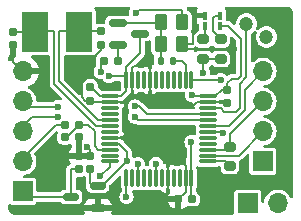
<source format=gbr>
%TF.GenerationSoftware,KiCad,Pcbnew,8.0.7*%
%TF.CreationDate,2025-01-03T12:22:39+02:00*%
%TF.ProjectId,debugger,64656275-6767-4657-922e-6b696361645f,rev?*%
%TF.SameCoordinates,Original*%
%TF.FileFunction,Copper,L1,Top*%
%TF.FilePolarity,Positive*%
%FSLAX46Y46*%
G04 Gerber Fmt 4.6, Leading zero omitted, Abs format (unit mm)*
G04 Created by KiCad (PCBNEW 8.0.7) date 2025-01-03 12:22:39*
%MOMM*%
%LPD*%
G01*
G04 APERTURE LIST*
G04 Aperture macros list*
%AMRoundRect*
0 Rectangle with rounded corners*
0 $1 Rounding radius*
0 $2 $3 $4 $5 $6 $7 $8 $9 X,Y pos of 4 corners*
0 Add a 4 corners polygon primitive as box body*
4,1,4,$2,$3,$4,$5,$6,$7,$8,$9,$2,$3,0*
0 Add four circle primitives for the rounded corners*
1,1,$1+$1,$2,$3*
1,1,$1+$1,$4,$5*
1,1,$1+$1,$6,$7*
1,1,$1+$1,$8,$9*
0 Add four rect primitives between the rounded corners*
20,1,$1+$1,$2,$3,$4,$5,0*
20,1,$1+$1,$4,$5,$6,$7,0*
20,1,$1+$1,$6,$7,$8,$9,0*
20,1,$1+$1,$8,$9,$2,$3,0*%
G04 Aperture macros list end*
%TA.AperFunction,SMDPad,CuDef*%
%ADD10RoundRect,0.155000X-0.155000X0.212500X-0.155000X-0.212500X0.155000X-0.212500X0.155000X0.212500X0*%
%TD*%
%TA.AperFunction,SMDPad,CuDef*%
%ADD11RoundRect,0.155000X0.155000X-0.212500X0.155000X0.212500X-0.155000X0.212500X-0.155000X-0.212500X0*%
%TD*%
%TA.AperFunction,SMDPad,CuDef*%
%ADD12RoundRect,0.150000X0.512500X0.150000X-0.512500X0.150000X-0.512500X-0.150000X0.512500X-0.150000X0*%
%TD*%
%TA.AperFunction,SMDPad,CuDef*%
%ADD13RoundRect,0.200000X-0.275000X0.200000X-0.275000X-0.200000X0.275000X-0.200000X0.275000X0.200000X0*%
%TD*%
%TA.AperFunction,SMDPad,CuDef*%
%ADD14RoundRect,0.075000X-0.662500X-0.075000X0.662500X-0.075000X0.662500X0.075000X-0.662500X0.075000X0*%
%TD*%
%TA.AperFunction,SMDPad,CuDef*%
%ADD15RoundRect,0.075000X-0.075000X-0.662500X0.075000X-0.662500X0.075000X0.662500X-0.075000X0.662500X0*%
%TD*%
%TA.AperFunction,SMDPad,CuDef*%
%ADD16RoundRect,0.200000X0.275000X-0.200000X0.275000X0.200000X-0.275000X0.200000X-0.275000X-0.200000X0*%
%TD*%
%TA.AperFunction,SMDPad,CuDef*%
%ADD17RoundRect,0.150000X-0.587500X-0.150000X0.587500X-0.150000X0.587500X0.150000X-0.587500X0.150000X0*%
%TD*%
%TA.AperFunction,SMDPad,CuDef*%
%ADD18RoundRect,0.160000X-0.197500X-0.160000X0.197500X-0.160000X0.197500X0.160000X-0.197500X0.160000X0*%
%TD*%
%TA.AperFunction,SMDPad,CuDef*%
%ADD19RoundRect,0.160000X0.197500X0.160000X-0.197500X0.160000X-0.197500X-0.160000X0.197500X-0.160000X0*%
%TD*%
%TA.AperFunction,SMDPad,CuDef*%
%ADD20R,0.450000X0.650000*%
%TD*%
%TA.AperFunction,SMDPad,CuDef*%
%ADD21RoundRect,0.250000X-0.262500X-0.450000X0.262500X-0.450000X0.262500X0.450000X-0.262500X0.450000X0*%
%TD*%
%TA.AperFunction,SMDPad,CuDef*%
%ADD22RoundRect,0.135000X-0.135000X-0.185000X0.135000X-0.185000X0.135000X0.185000X-0.135000X0.185000X0*%
%TD*%
%TA.AperFunction,SMDPad,CuDef*%
%ADD23RoundRect,0.155000X0.212500X0.155000X-0.212500X0.155000X-0.212500X-0.155000X0.212500X-0.155000X0*%
%TD*%
%TA.AperFunction,SMDPad,CuDef*%
%ADD24RoundRect,0.250000X0.262500X0.450000X-0.262500X0.450000X-0.262500X-0.450000X0.262500X-0.450000X0*%
%TD*%
%TA.AperFunction,SMDPad,CuDef*%
%ADD25R,2.250000X3.400000*%
%TD*%
%TA.AperFunction,ComponentPad*%
%ADD26O,1.700000X1.700000*%
%TD*%
%TA.AperFunction,ComponentPad*%
%ADD27R,1.700000X1.700000*%
%TD*%
%TA.AperFunction,ComponentPad*%
%ADD28C,1.200000*%
%TD*%
%TA.AperFunction,ViaPad*%
%ADD29C,0.600000*%
%TD*%
%TA.AperFunction,Conductor*%
%ADD30C,0.200000*%
%TD*%
G04 APERTURE END LIST*
D10*
%TO.P,C2,1*%
%TO.N,Net-(U4-PD1)*%
X137909740Y-102173513D03*
%TO.P,C2,2*%
%TO.N,GND*%
X137909740Y-103308513D03*
%TD*%
D11*
%TO.P,C3,1*%
%TO.N,+5V*%
X143450000Y-113817500D03*
%TO.P,C3,2*%
%TO.N,GND*%
X143450000Y-112682500D03*
%TD*%
D12*
%TO.P,U3,1,GND*%
%TO.N,GND*%
X145075000Y-117100000D03*
%TO.P,U3,2,VO*%
%TO.N,+3V3*%
X145075000Y-115200000D03*
%TO.P,U3,3,VI*%
%TO.N,+5V*%
X142800000Y-116150000D03*
%TD*%
D13*
%TO.P,R4,1*%
%TO.N,Net-(D1-K1)*%
X154000000Y-102825000D03*
%TO.P,R4,2*%
%TO.N,/LED_STLINK*%
X154000000Y-104475000D03*
%TD*%
D14*
%TO.P,U4,1,VBAT*%
%TO.N,+3V3*%
X146087500Y-107650000D03*
%TO.P,U4,2,PC13*%
%TO.N,GND*%
X146087500Y-108150000D03*
%TO.P,U4,3,PC14*%
%TO.N,unconnected-(U4-PC14-Pad3)*%
X146087500Y-108650000D03*
%TO.P,U4,4,PC15*%
%TO.N,unconnected-(U4-PC15-Pad4)*%
X146087500Y-109150000D03*
%TO.P,U4,5,PD0*%
%TO.N,Net-(U4-PD0)*%
X146087500Y-109650000D03*
%TO.P,U4,6,PD1*%
%TO.N,Net-(U4-PD1)*%
X146087500Y-110150000D03*
%TO.P,U4,7,NRST*%
%TO.N,unconnected-(U4-NRST-Pad7)*%
X146087500Y-110650000D03*
%TO.P,U4,8,VSSA*%
%TO.N,GND*%
X146087500Y-111150000D03*
%TO.P,U4,9,VDDA*%
%TO.N,+3V3*%
X146087500Y-111650000D03*
%TO.P,U4,10,PA0*%
%TO.N,Net-(U4-PA0)*%
X146087500Y-112150000D03*
%TO.P,U4,11,PA1*%
%TO.N,unconnected-(U4-PA1-Pad11)*%
X146087500Y-112650000D03*
%TO.P,U4,12,PA2*%
%TO.N,/STLink_Tx*%
X146087500Y-113150000D03*
D15*
%TO.P,U4,13,PA3*%
%TO.N,/STLink_Rx*%
X147500000Y-114562500D03*
%TO.P,U4,14,PA4*%
%TO.N,unconnected-(U4-PA4-Pad14)*%
X148000000Y-114562500D03*
%TO.P,U4,15,PA5*%
%TO.N,/T_SWCLK*%
X148500000Y-114562500D03*
%TO.P,U4,16,PA6*%
%TO.N,unconnected-(U4-PA6-Pad16)*%
X149000000Y-114562500D03*
%TO.P,U4,17,PA7*%
%TO.N,unconnected-(U4-PA7-Pad17)*%
X149500000Y-114562500D03*
%TO.P,U4,18,PB0*%
%TO.N,/T_RST*%
X150000000Y-114562500D03*
%TO.P,U4,19,PB1*%
%TO.N,unconnected-(U4-PB1-Pad19)*%
X150500000Y-114562500D03*
%TO.P,U4,20,PB2*%
%TO.N,GND*%
X151000000Y-114562500D03*
%TO.P,U4,21,PB10*%
%TO.N,unconnected-(U4-PB10-Pad21)*%
X151500000Y-114562500D03*
%TO.P,U4,22,PB11*%
%TO.N,unconnected-(U4-PB11-Pad22)*%
X152000000Y-114562500D03*
%TO.P,U4,23,VSS*%
%TO.N,GND*%
X152500000Y-114562500D03*
%TO.P,U4,24,VDD*%
%TO.N,+3V3*%
X153000000Y-114562500D03*
D14*
%TO.P,U4,25,PB12*%
%TO.N,Net-(U4-PB12)*%
X154412500Y-113150000D03*
%TO.P,U4,26,PB13*%
%TO.N,/T_SWCLK*%
X154412500Y-112650000D03*
%TO.P,U4,27,PB14*%
%TO.N,/T_SWDIO*%
X154412500Y-112150000D03*
%TO.P,U4,28,PB15*%
%TO.N,unconnected-(U4-PB15-Pad28)*%
X154412500Y-111650000D03*
%TO.P,U4,29,PA8*%
%TO.N,unconnected-(U4-PA8-Pad29)*%
X154412500Y-111150000D03*
%TO.P,U4,30,PA9*%
%TO.N,/LED_STLINK*%
X154412500Y-110650000D03*
%TO.P,U4,31,PA10*%
%TO.N,/T_SWO*%
X154412500Y-110150000D03*
%TO.P,U4,32,PA11*%
%TO.N,/USB_DM*%
X154412500Y-109650000D03*
%TO.P,U4,33,PA12*%
%TO.N,/USB_DP*%
X154412500Y-109150000D03*
%TO.P,U4,34,PA13*%
%TO.N,/D_SWDIO*%
X154412500Y-108650000D03*
%TO.P,U4,35,VSS*%
%TO.N,GND*%
X154412500Y-108150000D03*
%TO.P,U4,36,VDD*%
%TO.N,+3V3*%
X154412500Y-107650000D03*
D15*
%TO.P,U4,37,PA14*%
%TO.N,/D_SWCLK*%
X153000000Y-106237500D03*
%TO.P,U4,38,PA15*%
%TO.N,/USB_re_enum*%
X152500000Y-106237500D03*
%TO.P,U4,39,PB3*%
%TO.N,unconnected-(U4-PB3-Pad39)*%
X152000000Y-106237500D03*
%TO.P,U4,40,PB4*%
%TO.N,unconnected-(U4-PB4-Pad40)*%
X151500000Y-106237500D03*
%TO.P,U4,41,PB5*%
%TO.N,unconnected-(U4-PB5-Pad41)*%
X151000000Y-106237500D03*
%TO.P,U4,42,PB6*%
%TO.N,unconnected-(U4-PB6-Pad42)*%
X150500000Y-106237500D03*
%TO.P,U4,43,PB7*%
%TO.N,unconnected-(U4-PB7-Pad43)*%
X150000000Y-106237500D03*
%TO.P,U4,44,BOOT0*%
%TO.N,GND*%
X149500000Y-106237500D03*
%TO.P,U4,45,PB8*%
%TO.N,unconnected-(U4-PB8-Pad45)*%
X149000000Y-106237500D03*
%TO.P,U4,46,PB9*%
%TO.N,unconnected-(U4-PB9-Pad46)*%
X148500000Y-106237500D03*
%TO.P,U4,47,VSS*%
%TO.N,GND*%
X148000000Y-106237500D03*
%TO.P,U4,48,VDD*%
%TO.N,+3V3*%
X147500000Y-106237500D03*
%TD*%
D10*
%TO.P,C7,1*%
%TO.N,+3V3*%
X144450000Y-106865000D03*
%TO.P,C7,2*%
%TO.N,GND*%
X144450000Y-108000000D03*
%TD*%
%TO.P,C6,1*%
%TO.N,+3V3*%
X156050000Y-107065000D03*
%TO.P,C6,2*%
%TO.N,GND*%
X156050000Y-108200000D03*
%TD*%
D16*
%TO.P,R5,1*%
%TO.N,/LED_STLINK*%
X155500000Y-104475000D03*
%TO.P,R5,2*%
%TO.N,Net-(D1-A2)*%
X155500000Y-102825000D03*
%TD*%
D17*
%TO.P,Q1,1,B*%
%TO.N,Net-(Q1-B)*%
X146762500Y-101400000D03*
%TO.P,Q1,2,E*%
%TO.N,Net-(Q1-E)*%
X146762500Y-103300000D03*
%TO.P,Q1,3,C*%
%TO.N,+3V3*%
X148637500Y-102350000D03*
%TD*%
D18*
%TO.P,R1,1*%
%TO.N,/T_Voltage*%
X142305000Y-110050000D03*
%TO.P,R1,2*%
%TO.N,Net-(U4-PA0)*%
X143500000Y-110050000D03*
%TD*%
D19*
%TO.P,R9,1*%
%TO.N,Net-(Q1-E)*%
X146797500Y-104650000D03*
%TO.P,R9,2*%
%TO.N,/USB_DP*%
X145602500Y-104650000D03*
%TD*%
D10*
%TO.P,C1,1*%
%TO.N,Net-(U4-PD0)*%
X145309740Y-102143656D03*
%TO.P,C1,2*%
%TO.N,GND*%
X145309740Y-103278656D03*
%TD*%
D11*
%TO.P,C4,1*%
%TO.N,+3V3*%
X144450000Y-113817500D03*
%TO.P,C4,2*%
%TO.N,GND*%
X144450000Y-112682500D03*
%TD*%
D20*
%TO.P,D1,1,A1*%
%TO.N,+3V3*%
X155425000Y-101675000D03*
%TO.P,D1,2,K1*%
%TO.N,Net-(D1-K1)*%
X154175000Y-101675000D03*
%TO.P,D1,3,A2*%
%TO.N,Net-(D1-A2)*%
X155425000Y-100825000D03*
%TO.P,D1,4,K2*%
%TO.N,GND*%
X154175000Y-100825000D03*
%TD*%
D21*
%TO.P,R7,1*%
%TO.N,Net-(Q1-B)*%
X150387500Y-101350000D03*
%TO.P,R7,2*%
%TO.N,+5V*%
X152212500Y-101350000D03*
%TD*%
D22*
%TO.P,R3,1*%
%TO.N,Net-(Q1-B)*%
X150390000Y-104650000D03*
%TO.P,R3,2*%
%TO.N,/USB_re_enum*%
X151410000Y-104650000D03*
%TD*%
D13*
%TO.P,R6,1*%
%TO.N,/T_SWDIO*%
X156250000Y-111900000D03*
%TO.P,R6,2*%
%TO.N,Net-(U4-PB12)*%
X156250000Y-113550000D03*
%TD*%
D19*
%TO.P,R2,1*%
%TO.N,GND*%
X143500000Y-111100000D03*
%TO.P,R2,2*%
%TO.N,Net-(U4-PA0)*%
X142305000Y-111100000D03*
%TD*%
D23*
%TO.P,C5,1*%
%TO.N,+3V3*%
X153035000Y-116350000D03*
%TO.P,C5,2*%
%TO.N,GND*%
X151900000Y-116350000D03*
%TD*%
D24*
%TO.P,R8,1*%
%TO.N,GND*%
X152212500Y-103250000D03*
%TO.P,R8,2*%
%TO.N,Net-(Q1-B)*%
X150387500Y-103250000D03*
%TD*%
D25*
%TO.P,Y2,1*%
%TO.N,Net-(U4-PD0)*%
X143459740Y-102161830D03*
%TO.P,Y2,2*%
%TO.N,Net-(U4-PD1)*%
X139759740Y-102161830D03*
%TD*%
D26*
%TO.P,J3,2,Pin_2*%
%TO.N,/STLink_Tx*%
X160320000Y-116690000D03*
D27*
%TO.P,J3,1,Pin_1*%
%TO.N,/STLink_Rx*%
X157780000Y-116690000D03*
%TD*%
%TO.P,J2,1,Pin_1*%
%TO.N,/T_RST*%
X159050000Y-113150000D03*
D26*
%TO.P,J2,2,Pin_2*%
%TO.N,/T_SWCLK*%
X159050000Y-110610000D03*
%TO.P,J2,3,Pin_3*%
%TO.N,/T_SWDIO*%
X159050000Y-108070000D03*
%TO.P,J2,4,Pin_4*%
%TO.N,/T_SWO*%
X159050000Y-105530000D03*
%TD*%
D28*
%TO.P,TP2,1,1*%
%TO.N,/D_SWCLK*%
X159354717Y-102605191D03*
%TD*%
D27*
%TO.P,J1,1,Pin_1*%
%TO.N,+5V*%
X138726872Y-115682752D03*
D26*
%TO.P,J1,2,Pin_2*%
%TO.N,/T_Voltage*%
X138726872Y-113142752D03*
%TO.P,J1,3,Pin_3*%
%TO.N,/USB_DM*%
X138726872Y-110602752D03*
%TO.P,J1,4,Pin_4*%
%TO.N,/USB_DP*%
X138726872Y-108062752D03*
%TO.P,J1,5,Pin_5*%
%TO.N,GND*%
X138726872Y-105522752D03*
%TD*%
D28*
%TO.P,TP1,1,1*%
%TO.N,/D_SWDIO*%
X157654717Y-101505191D03*
%TD*%
D29*
%TO.N,GND*%
X147500000Y-111150000D03*
X156600000Y-103650000D03*
X149300000Y-104550000D03*
X150500000Y-116350000D03*
X144150000Y-111900000D03*
X145200000Y-100850000D03*
X152600000Y-108400000D03*
X143450000Y-111900000D03*
X146700000Y-106850000D03*
X142900000Y-104850000D03*
%TO.N,+5V*%
X148334314Y-100550000D03*
%TO.N,+3V3*%
X147550000Y-113100000D03*
X153050000Y-107550000D03*
X146025000Y-105925000D03*
X153000000Y-111500000D03*
%TO.N,/USB_DP*%
X145316333Y-105553793D03*
X148200000Y-108500000D03*
X141700000Y-108550000D03*
%TO.N,/USB_DM*%
X141700000Y-109350003D03*
X148200000Y-109350000D03*
%TO.N,/T_RST*%
X150000000Y-113350000D03*
%TO.N,/T_SWCLK*%
X148500000Y-113400000D03*
%TO.N,/LED_STLINK*%
X155662122Y-110750000D03*
X154000000Y-105637500D03*
%TO.N,/D_SWCLK*%
X155500000Y-106237500D03*
%TO.N,/STLink_Rx*%
X147500000Y-116150000D03*
%TO.N,/STLink_Tx*%
X145300735Y-114400000D03*
%TD*%
D30*
%TO.N,GND*%
X153157750Y-103250000D02*
X153157750Y-100825000D01*
X143700000Y-105350000D02*
X143700000Y-107699576D01*
X152500000Y-114562500D02*
X152500000Y-113550000D01*
X148000000Y-105215686D02*
X148000000Y-106237500D01*
X152700000Y-103650000D02*
X156600000Y-103650000D01*
X147713771Y-107763771D02*
X147650000Y-107700000D01*
X149600000Y-111150000D02*
X147500000Y-111150000D01*
X151000000Y-112550000D02*
X149600000Y-111150000D01*
X149500000Y-105050000D02*
X148165686Y-105050000D01*
X137909740Y-103308513D02*
X137909740Y-104705620D01*
X147200000Y-108150000D02*
X146087500Y-108150000D01*
X152200000Y-108000000D02*
X150150000Y-108000000D01*
X149500000Y-107350000D02*
X149000000Y-107850000D01*
X159700000Y-114400000D02*
X160900000Y-114400000D01*
X156000000Y-108150000D02*
X156050000Y-108200000D01*
X149500000Y-106237500D02*
X149500000Y-105050000D01*
X149000000Y-107850000D02*
X148500000Y-107850000D01*
X144000424Y-108000000D02*
X144450000Y-108000000D01*
X152350000Y-113400000D02*
X151000000Y-113400000D01*
X145309740Y-103740260D02*
X143700000Y-105350000D01*
X153450000Y-108150000D02*
X154412500Y-108150000D01*
X148165686Y-105050000D02*
X148000000Y-105215686D01*
X147713771Y-107784759D02*
X147713771Y-107763771D01*
X143450000Y-112682500D02*
X143450000Y-111150000D01*
X149500000Y-106237500D02*
X149500000Y-107350000D01*
X159000000Y-115800000D02*
X159000000Y-115100000D01*
X152212500Y-103250000D02*
X152300000Y-103250000D01*
X151000000Y-114562500D02*
X151000000Y-115850000D01*
X152500000Y-115750000D02*
X151900000Y-116350000D01*
X150150000Y-108000000D02*
X149500000Y-107350000D01*
X153200000Y-108400000D02*
X153450000Y-108150000D01*
X143700000Y-107699576D02*
X144000424Y-108000000D01*
X147650000Y-107700000D02*
X147200000Y-108150000D01*
X146087500Y-108150000D02*
X144600000Y-108150000D01*
X137909740Y-104705620D02*
X138726872Y-105522752D01*
X147500000Y-111150000D02*
X147500000Y-108450000D01*
X160900000Y-114400000D02*
X160900000Y-113600000D01*
X151000000Y-115850000D02*
X150500000Y-116350000D01*
X152500000Y-113550000D02*
X152350000Y-113400000D01*
X152212500Y-103250000D02*
X153157750Y-103250000D01*
X151000000Y-114562500D02*
X151000000Y-113400000D01*
X153157750Y-100825000D02*
X154175000Y-100825000D01*
X148000000Y-106237500D02*
X148000000Y-107350000D01*
X151900000Y-116350000D02*
X150500000Y-116350000D01*
X151000000Y-113400000D02*
X151000000Y-112550000D01*
X148500000Y-107850000D02*
X148000000Y-107350000D01*
X152300000Y-103250000D02*
X152700000Y-103650000D01*
X145309740Y-103376566D02*
X145309740Y-103740260D01*
X144450000Y-112200000D02*
X144150000Y-111900000D01*
X146087500Y-111150000D02*
X147450000Y-111150000D01*
X148000000Y-107350000D02*
X147650000Y-107700000D01*
X152600000Y-108400000D02*
X153200000Y-108400000D01*
X159000000Y-115100000D02*
X159700000Y-114400000D01*
X147500000Y-108450000D02*
X147200000Y-108150000D01*
X144450000Y-112682500D02*
X144450000Y-112200000D01*
X152600000Y-108400000D02*
X152200000Y-108000000D01*
X152500000Y-114562500D02*
X152500000Y-115750000D01*
X143450000Y-111150000D02*
X143500000Y-111100000D01*
X144600000Y-108150000D02*
X144450000Y-108000000D01*
X145200000Y-103266826D02*
X145309740Y-103376566D01*
X154412500Y-108150000D02*
X156000000Y-108150000D01*
%TO.N,+5V*%
X148534314Y-100350000D02*
X152212500Y-100350000D01*
X139194120Y-116150000D02*
X142800000Y-116150000D01*
X142800000Y-113817500D02*
X142800000Y-116150000D01*
X143450000Y-113817500D02*
X142800000Y-113817500D01*
X152212500Y-100350000D02*
X152212500Y-101350000D01*
X138726872Y-115682752D02*
X139194120Y-116150000D01*
X148334314Y-100550000D02*
X148534314Y-100350000D01*
%TO.N,+3V3*%
X144700000Y-115200000D02*
X145075000Y-115200000D01*
X156125000Y-101675000D02*
X155425000Y-101675000D01*
X147550000Y-112342590D02*
X146857410Y-111650000D01*
X145300000Y-107650000D02*
X144515000Y-106865000D01*
X156984314Y-106150000D02*
X157200000Y-105934314D01*
X155000000Y-107650000D02*
X155585000Y-107065000D01*
X146050000Y-105950000D02*
X147500000Y-105950000D01*
X153000000Y-114562500D02*
X153000000Y-116315000D01*
X144450000Y-113817500D02*
X144450000Y-114950000D01*
X145450000Y-115200000D02*
X145075000Y-115200000D01*
X147500000Y-107150000D02*
X147500000Y-106237500D01*
X156400000Y-106150000D02*
X156984314Y-106150000D01*
X144450000Y-114950000D02*
X144700000Y-115200000D01*
X148637500Y-104012500D02*
X148637500Y-102350000D01*
X152950000Y-114512500D02*
X153000000Y-114562500D01*
X146087500Y-107650000D02*
X147000000Y-107650000D01*
X147500000Y-106237500D02*
X147500000Y-105150000D01*
X153000000Y-116315000D02*
X153035000Y-116350000D01*
X147500000Y-105150000D02*
X148637500Y-104012500D01*
X147550000Y-113100000D02*
X145450000Y-115200000D01*
X155585000Y-107065000D02*
X156050000Y-107065000D01*
X146857410Y-111650000D02*
X146087500Y-111650000D01*
X153000000Y-112950000D02*
X152950000Y-113000000D01*
X156050000Y-107065000D02*
X156050000Y-106500000D01*
X147000000Y-107650000D02*
X147500000Y-107150000D01*
X146025000Y-105925000D02*
X146050000Y-105950000D01*
X154412500Y-107650000D02*
X153150000Y-107650000D01*
X153000000Y-111500000D02*
X153000000Y-112950000D01*
X153150000Y-107650000D02*
X153050000Y-107550000D01*
X144515000Y-106865000D02*
X144450000Y-106865000D01*
X152950000Y-113000000D02*
X152950000Y-114512500D01*
X154412500Y-107650000D02*
X155000000Y-107650000D01*
X147500000Y-105950000D02*
X147500000Y-106237500D01*
X157200000Y-102750000D02*
X156125000Y-101675000D01*
X156050000Y-106500000D02*
X156400000Y-106150000D01*
X146087500Y-107650000D02*
X145300000Y-107650000D01*
X147550000Y-113100000D02*
X147550000Y-112342590D01*
X157200000Y-105934314D02*
X157200000Y-102750000D01*
%TO.N,/USB_DP*%
X145316333Y-105553793D02*
X145316333Y-104936167D01*
X148600000Y-108500000D02*
X149250000Y-109150000D01*
X141700000Y-108550000D02*
X139214120Y-108550000D01*
X149250000Y-109150000D02*
X154412500Y-109150000D01*
X148200000Y-108500000D02*
X148600000Y-108500000D01*
X139214120Y-108550000D02*
X138726872Y-108062752D01*
X145316333Y-104936167D02*
X145602500Y-104650000D01*
%TO.N,/USB_DM*%
X148500000Y-109650000D02*
X154412500Y-109650000D01*
X138726872Y-110123128D02*
X138726872Y-110602752D01*
X141700000Y-109350003D02*
X139499997Y-109350003D01*
X139499997Y-109350003D02*
X138726872Y-110123128D01*
X148200000Y-109350000D02*
X148500000Y-109650000D01*
%TO.N,/T_Voltage*%
X141500000Y-110050000D02*
X138726872Y-112823128D01*
X138726872Y-112823128D02*
X138726872Y-113142752D01*
X142305000Y-110050000D02*
X141500000Y-110050000D01*
%TO.N,/T_SWO*%
X154412500Y-110150000D02*
X156150000Y-110150000D01*
X157500000Y-108800000D02*
X157500000Y-107080000D01*
X156150000Y-110150000D02*
X157500000Y-108800000D01*
X157500000Y-107080000D02*
X159050000Y-105530000D01*
%TO.N,/T_SWDIO*%
X154412500Y-112150000D02*
X156000000Y-112150000D01*
X156250000Y-110870000D02*
X159050000Y-108070000D01*
X156250000Y-111900000D02*
X156250000Y-110870000D01*
X156000000Y-112150000D02*
X156250000Y-111900000D01*
%TO.N,/T_RST*%
X150000000Y-114562500D02*
X150000000Y-113350000D01*
%TO.N,/T_SWCLK*%
X154412500Y-112650000D02*
X157000000Y-112650000D01*
X159040000Y-110610000D02*
X159050000Y-110610000D01*
X157000000Y-112650000D02*
X159040000Y-110610000D01*
X148500000Y-113400000D02*
X148500000Y-114562500D01*
%TO.N,Net-(D1-K1)*%
X154175000Y-102650000D02*
X154000000Y-102825000D01*
X154175000Y-101675000D02*
X154175000Y-102650000D01*
%TO.N,/LED_STLINK*%
X155500000Y-104475000D02*
X154000000Y-104475000D01*
X155562122Y-110650000D02*
X155662122Y-110750000D01*
X154000000Y-105637500D02*
X154000000Y-104475000D01*
X154412500Y-110650000D02*
X155562122Y-110650000D01*
%TO.N,Net-(D1-A2)*%
X155000000Y-100825000D02*
X154800000Y-101025000D01*
X154800000Y-101025000D02*
X154800000Y-102125000D01*
X154800000Y-102125000D02*
X155500000Y-102825000D01*
X155425000Y-100825000D02*
X155000000Y-100825000D01*
%TO.N,/D_SWDIO*%
X157100000Y-106600000D02*
X157654717Y-106045283D01*
X157100000Y-108634314D02*
X157100000Y-106600000D01*
X157654717Y-106045283D02*
X157654717Y-101505191D01*
X155484738Y-108650000D02*
X155784738Y-108950000D01*
X155784738Y-108950000D02*
X156784314Y-108950000D01*
X154412500Y-108650000D02*
X155484738Y-108650000D01*
X156784314Y-108950000D02*
X157100000Y-108634314D01*
%TO.N,/D_SWCLK*%
X155500000Y-106237500D02*
X153000000Y-106237500D01*
%TO.N,Net-(U4-PD0)*%
X143368174Y-102131826D02*
X145200000Y-102131826D01*
X146087500Y-109650000D02*
X145084738Y-109650000D01*
X143350000Y-102150000D02*
X143368174Y-102131826D01*
X141800000Y-102150000D02*
X143350000Y-102150000D01*
X141800000Y-106365262D02*
X141800000Y-102150000D01*
X145084738Y-109650000D02*
X141800000Y-106365262D01*
%TO.N,Net-(U4-PD1)*%
X141400000Y-106592157D02*
X144957843Y-110150000D01*
X137909740Y-102173513D02*
X139748057Y-102173513D01*
X139650000Y-102150000D02*
X141400000Y-102150000D01*
X139638317Y-102161683D02*
X139650000Y-102150000D01*
X144957843Y-110150000D02*
X146087500Y-110150000D01*
X141400000Y-102150000D02*
X141400000Y-106592157D01*
X139748057Y-102173513D02*
X139759740Y-102161830D01*
%TO.N,/STLink_Rx*%
X147500000Y-116150000D02*
X147500000Y-114562500D01*
%TO.N,/STLink_Tx*%
X145300735Y-114400000D02*
X146100000Y-113600735D01*
X146100000Y-113162500D02*
X146087500Y-113150000D01*
X146100000Y-113600735D02*
X146100000Y-113162500D01*
%TO.N,Net-(U4-PA0)*%
X142305000Y-111100000D02*
X142450000Y-111100000D01*
X144250000Y-110050000D02*
X143500000Y-110050000D01*
X144800000Y-111850000D02*
X144800000Y-110600000D01*
X144800000Y-110600000D02*
X144250000Y-110050000D01*
X146087500Y-112150000D02*
X145100000Y-112150000D01*
X142450000Y-111100000D02*
X143500000Y-110050000D01*
X145100000Y-112150000D02*
X144800000Y-111850000D01*
%TO.N,Net-(U4-PB12)*%
X154412500Y-113150000D02*
X155850000Y-113150000D01*
X155850000Y-113150000D02*
X156250000Y-113550000D01*
%TO.N,Net-(Q1-E)*%
X146762500Y-104615000D02*
X146797500Y-104650000D01*
X146762500Y-103300000D02*
X146762500Y-104615000D01*
%TO.N,Net-(Q1-B)*%
X150387500Y-103250000D02*
X150390000Y-103252500D01*
X150387500Y-101350000D02*
X150387500Y-103250000D01*
X146762500Y-101400000D02*
X150337500Y-101400000D01*
X150337500Y-101400000D02*
X150387500Y-101350000D01*
X150390000Y-103252500D02*
X150390000Y-104650000D01*
%TO.N,/USB_re_enum*%
X152200000Y-104650000D02*
X152500000Y-104950000D01*
X152500000Y-104950000D02*
X152500000Y-106237500D01*
X151410000Y-104650000D02*
X152200000Y-104650000D01*
%TD*%
%TA.AperFunction,Conductor*%
%TO.N,GND*%
G36*
X161106922Y-100051280D02*
G01*
X161197266Y-100061459D01*
X161224331Y-100067636D01*
X161303540Y-100095352D01*
X161328553Y-100107398D01*
X161399606Y-100152043D01*
X161421313Y-100169355D01*
X161480644Y-100228686D01*
X161497957Y-100250395D01*
X161542600Y-100321444D01*
X161554648Y-100346462D01*
X161582362Y-100425666D01*
X161588540Y-100452735D01*
X161598720Y-100543076D01*
X161599500Y-100556961D01*
X161599500Y-116151256D01*
X161579815Y-116218295D01*
X161527011Y-116264050D01*
X161457853Y-116273994D01*
X161394297Y-116244969D01*
X161364500Y-116206527D01*
X161302367Y-116081746D01*
X161173872Y-115911593D01*
X161146828Y-115886939D01*
X161016302Y-115767948D01*
X160835019Y-115655702D01*
X160835017Y-115655701D01*
X160692525Y-115600500D01*
X160636198Y-115578679D01*
X160426610Y-115539500D01*
X160213390Y-115539500D01*
X160003802Y-115578679D01*
X160003799Y-115578679D01*
X160003799Y-115578680D01*
X159804982Y-115655701D01*
X159804980Y-115655702D01*
X159623699Y-115767947D01*
X159466127Y-115911593D01*
X159337632Y-116081746D01*
X159242596Y-116272605D01*
X159242596Y-116272607D01*
X159184244Y-116477689D01*
X159177970Y-116545394D01*
X159152183Y-116610331D01*
X159095383Y-116651018D01*
X159025602Y-116654538D01*
X158964995Y-116619772D01*
X158932806Y-116557759D01*
X158930499Y-116533952D01*
X158930499Y-115795143D01*
X158930499Y-115795137D01*
X158930499Y-115795136D01*
X158930497Y-115795117D01*
X158927586Y-115770012D01*
X158927585Y-115770010D01*
X158927585Y-115770009D01*
X158882206Y-115667235D01*
X158802765Y-115587794D01*
X158782124Y-115578680D01*
X158699992Y-115542415D01*
X158674865Y-115539500D01*
X156885143Y-115539500D01*
X156885117Y-115539502D01*
X156860012Y-115542413D01*
X156860008Y-115542415D01*
X156757235Y-115587793D01*
X156677794Y-115667234D01*
X156632415Y-115770006D01*
X156632415Y-115770008D01*
X156629506Y-115795087D01*
X156629500Y-115795135D01*
X156629500Y-116689801D01*
X156629501Y-117525500D01*
X156609816Y-117592539D01*
X156557013Y-117638294D01*
X156505501Y-117649500D01*
X146313463Y-117649500D01*
X146246424Y-117629815D01*
X146200669Y-117577011D01*
X146190725Y-117507853D01*
X146194387Y-117490905D01*
X146234599Y-117352494D01*
X146234600Y-117352488D01*
X146234795Y-117350001D01*
X146234795Y-117350000D01*
X143915205Y-117350000D01*
X143915204Y-117350001D01*
X143915399Y-117352488D01*
X143915400Y-117352494D01*
X143955613Y-117490905D01*
X143955414Y-117560774D01*
X143917472Y-117619444D01*
X143853834Y-117648288D01*
X143836537Y-117649500D01*
X138006962Y-117649500D01*
X137993078Y-117648720D01*
X137980553Y-117647308D01*
X137902735Y-117638540D01*
X137875666Y-117632362D01*
X137796462Y-117604648D01*
X137771444Y-117592600D01*
X137700395Y-117547957D01*
X137678686Y-117530644D01*
X137619355Y-117471313D01*
X137602042Y-117449604D01*
X137557399Y-117378555D01*
X137545351Y-117353537D01*
X137544113Y-117350000D01*
X137517636Y-117274331D01*
X137511459Y-117247263D01*
X137501280Y-117156922D01*
X137500500Y-117143038D01*
X137500500Y-116880713D01*
X137509519Y-116849998D01*
X143915204Y-116849998D01*
X143915205Y-116850000D01*
X144825000Y-116850000D01*
X145325000Y-116850000D01*
X146234795Y-116850000D01*
X146234795Y-116849998D01*
X146234600Y-116847513D01*
X146188781Y-116689801D01*
X146105185Y-116548447D01*
X146105178Y-116548438D01*
X145989061Y-116432321D01*
X145989052Y-116432314D01*
X145847696Y-116348717D01*
X145847693Y-116348716D01*
X145689995Y-116302900D01*
X145689989Y-116302899D01*
X145653149Y-116300000D01*
X145325000Y-116300000D01*
X145325000Y-116850000D01*
X144825000Y-116850000D01*
X144825000Y-116300000D01*
X144496850Y-116300000D01*
X144460010Y-116302899D01*
X144460004Y-116302900D01*
X144302306Y-116348716D01*
X144302303Y-116348717D01*
X144160947Y-116432314D01*
X144160938Y-116432321D01*
X144044821Y-116548438D01*
X144044814Y-116548447D01*
X143961218Y-116689801D01*
X143915399Y-116847513D01*
X143915204Y-116849998D01*
X137509519Y-116849998D01*
X137520185Y-116813674D01*
X137572989Y-116767919D01*
X137642147Y-116757975D01*
X137692812Y-116781113D01*
X137694627Y-116778464D01*
X137704106Y-116784957D01*
X137704107Y-116784958D01*
X137806881Y-116830337D01*
X137832007Y-116833252D01*
X139621736Y-116833251D01*
X139621751Y-116833249D01*
X139621754Y-116833249D01*
X139646859Y-116830338D01*
X139646860Y-116830337D01*
X139646863Y-116830337D01*
X139749637Y-116784958D01*
X139829078Y-116705517D01*
X139864889Y-116624413D01*
X139909975Y-116571037D01*
X139976761Y-116550510D01*
X139978323Y-116550500D01*
X141849872Y-116550500D01*
X141916911Y-116570185D01*
X141949641Y-116600865D01*
X141965350Y-116622150D01*
X142074618Y-116702793D01*
X142117345Y-116717744D01*
X142202799Y-116747646D01*
X142233230Y-116750500D01*
X142233234Y-116750500D01*
X143366770Y-116750500D01*
X143397199Y-116747646D01*
X143397201Y-116747646D01*
X143461290Y-116725219D01*
X143525382Y-116702793D01*
X143634650Y-116622150D01*
X143715293Y-116512882D01*
X143737719Y-116448790D01*
X143760146Y-116384701D01*
X143760146Y-116384699D01*
X143763000Y-116354269D01*
X143763000Y-115945730D01*
X143760146Y-115915300D01*
X143760146Y-115915298D01*
X143726506Y-115819163D01*
X143715293Y-115787118D01*
X143634650Y-115677850D01*
X143525382Y-115597207D01*
X143525380Y-115597206D01*
X143397200Y-115552353D01*
X143366770Y-115549500D01*
X143366766Y-115549500D01*
X143324500Y-115549500D01*
X143257461Y-115529815D01*
X143211706Y-115477011D01*
X143200500Y-115425500D01*
X143200500Y-114609500D01*
X143220185Y-114542461D01*
X143272989Y-114496706D01*
X143324500Y-114485500D01*
X143659868Y-114485500D01*
X143690639Y-114482614D01*
X143690641Y-114482614D01*
X143762671Y-114457409D01*
X143820245Y-114437263D01*
X143851867Y-114413924D01*
X143917494Y-114389954D01*
X143985665Y-114405269D01*
X144034733Y-114455009D01*
X144049500Y-114513695D01*
X144049500Y-115002726D01*
X144076793Y-115104589D01*
X144095387Y-115136793D01*
X144112000Y-115198794D01*
X144112000Y-115404269D01*
X144114853Y-115434699D01*
X144114853Y-115434701D01*
X144159706Y-115562880D01*
X144159707Y-115562882D01*
X144240350Y-115672150D01*
X144349618Y-115752793D01*
X144387236Y-115765956D01*
X144477799Y-115797646D01*
X144508230Y-115800500D01*
X144508234Y-115800500D01*
X145641770Y-115800500D01*
X145672199Y-115797646D01*
X145672201Y-115797646D01*
X145736290Y-115775219D01*
X145800382Y-115752793D01*
X145909650Y-115672150D01*
X145990293Y-115562882D01*
X146014907Y-115492539D01*
X146035146Y-115434701D01*
X146035146Y-115434699D01*
X146038000Y-115404269D01*
X146038000Y-115229755D01*
X146057685Y-115162716D01*
X146074319Y-115142074D01*
X146837819Y-114378574D01*
X146899142Y-114345089D01*
X146968834Y-114350073D01*
X147024767Y-114391945D01*
X147049184Y-114457409D01*
X147049500Y-114466255D01*
X147049500Y-115260636D01*
X147057475Y-115315377D01*
X147060134Y-115333627D01*
X147086900Y-115388375D01*
X147099500Y-115442836D01*
X147099500Y-115643419D01*
X147079815Y-115710458D01*
X147073876Y-115718905D01*
X146975464Y-115847157D01*
X146914956Y-115993237D01*
X146914955Y-115993239D01*
X146894318Y-116149998D01*
X146894318Y-116150001D01*
X146914955Y-116306760D01*
X146914956Y-116306762D01*
X146975464Y-116452841D01*
X147071718Y-116578282D01*
X147197159Y-116674536D01*
X147343238Y-116735044D01*
X147421619Y-116745363D01*
X147499999Y-116755682D01*
X147500000Y-116755682D01*
X147500001Y-116755682D01*
X147561040Y-116747646D01*
X147656762Y-116735044D01*
X147802841Y-116674536D01*
X147899978Y-116600000D01*
X151034770Y-116600000D01*
X151035421Y-116608281D01*
X151081590Y-116767194D01*
X151081592Y-116767197D01*
X151165833Y-116909642D01*
X151165839Y-116909650D01*
X151282849Y-117026660D01*
X151282857Y-117026666D01*
X151425302Y-117110907D01*
X151425305Y-117110908D01*
X151584216Y-117157077D01*
X151584222Y-117157078D01*
X151621342Y-117159999D01*
X151621358Y-117160000D01*
X151650000Y-117160000D01*
X151650000Y-116600000D01*
X151034770Y-116600000D01*
X147899978Y-116600000D01*
X147928282Y-116578282D01*
X148024536Y-116452841D01*
X148085044Y-116306762D01*
X148105682Y-116150000D01*
X148104383Y-116140136D01*
X148085044Y-115993239D01*
X148085044Y-115993238D01*
X148024536Y-115847159D01*
X147988338Y-115799985D01*
X147963145Y-115734817D01*
X147977183Y-115666373D01*
X148025997Y-115616383D01*
X148086715Y-115600500D01*
X148110630Y-115600500D01*
X148110636Y-115600500D01*
X148183625Y-115589866D01*
X148195539Y-115584041D01*
X148264408Y-115572281D01*
X148304458Y-115584040D01*
X148316375Y-115589866D01*
X148389364Y-115600500D01*
X148389370Y-115600500D01*
X148610630Y-115600500D01*
X148610636Y-115600500D01*
X148683625Y-115589866D01*
X148695539Y-115584041D01*
X148764408Y-115572281D01*
X148804458Y-115584040D01*
X148816375Y-115589866D01*
X148889364Y-115600500D01*
X148889370Y-115600500D01*
X149110630Y-115600500D01*
X149110636Y-115600500D01*
X149183625Y-115589866D01*
X149195539Y-115584041D01*
X149264408Y-115572281D01*
X149304458Y-115584040D01*
X149316375Y-115589866D01*
X149389364Y-115600500D01*
X149389370Y-115600500D01*
X149610630Y-115600500D01*
X149610636Y-115600500D01*
X149683625Y-115589866D01*
X149695539Y-115584041D01*
X149764408Y-115572281D01*
X149804458Y-115584040D01*
X149816375Y-115589866D01*
X149889364Y-115600500D01*
X149889370Y-115600500D01*
X150110630Y-115600500D01*
X150110636Y-115600500D01*
X150183625Y-115589866D01*
X150195539Y-115584041D01*
X150264408Y-115572281D01*
X150304458Y-115584040D01*
X150316375Y-115589866D01*
X150389364Y-115600500D01*
X150389370Y-115600500D01*
X150428948Y-115600500D01*
X150495987Y-115620185D01*
X150508416Y-115630201D01*
X150508458Y-115630147D01*
X150635021Y-115727263D01*
X150774896Y-115785200D01*
X150774901Y-115785201D01*
X150849998Y-115795087D01*
X150850000Y-115795086D01*
X150850000Y-115532399D01*
X150869685Y-115465360D01*
X150882574Y-115449364D01*
X150884824Y-115446213D01*
X150884826Y-115446211D01*
X150888599Y-115438492D01*
X150935726Y-115386910D01*
X151003259Y-115368995D01*
X151069758Y-115390435D01*
X151111401Y-115438493D01*
X151115175Y-115446213D01*
X151121145Y-115454575D01*
X151119646Y-115455645D01*
X151147164Y-115506030D01*
X151150000Y-115532399D01*
X151150000Y-115819900D01*
X151130315Y-115886939D01*
X151087446Y-115927605D01*
X151083249Y-115929999D01*
X151081593Y-115932799D01*
X151081591Y-115932805D01*
X151035421Y-116091718D01*
X151034770Y-116100000D01*
X151776000Y-116100000D01*
X151843039Y-116119685D01*
X151888794Y-116172489D01*
X151900000Y-116224000D01*
X151900000Y-116350000D01*
X152026000Y-116350000D01*
X152093039Y-116369685D01*
X152138794Y-116422489D01*
X152150000Y-116474000D01*
X152150000Y-117160000D01*
X152178642Y-117160000D01*
X152178657Y-117159999D01*
X152215777Y-117157078D01*
X152215783Y-117157077D01*
X152374694Y-117110908D01*
X152374697Y-117110907D01*
X152517140Y-117026668D01*
X152517147Y-117026662D01*
X152570155Y-116973654D01*
X152631478Y-116940168D01*
X152698788Y-116944291D01*
X152736861Y-116957614D01*
X152736869Y-116957614D01*
X152736870Y-116957615D01*
X152767632Y-116960500D01*
X152767636Y-116960500D01*
X153302368Y-116960500D01*
X153333139Y-116957614D01*
X153333141Y-116957614D01*
X153397942Y-116934938D01*
X153462745Y-116912263D01*
X153573225Y-116830725D01*
X153654763Y-116720245D01*
X153689088Y-116622150D01*
X153700114Y-116590641D01*
X153700114Y-116590639D01*
X153703000Y-116559867D01*
X153703000Y-116140132D01*
X153700114Y-116109360D01*
X153700114Y-116109358D01*
X153659481Y-115993238D01*
X153654763Y-115979755D01*
X153573225Y-115869275D01*
X153462745Y-115787737D01*
X153462744Y-115787736D01*
X153455268Y-115782219D01*
X153456750Y-115780209D01*
X153416481Y-115741014D01*
X153400500Y-115680122D01*
X153400500Y-115442836D01*
X153413100Y-115388375D01*
X153422575Y-115368995D01*
X153439866Y-115333625D01*
X153450500Y-115260636D01*
X153450500Y-113864364D01*
X153439866Y-113791375D01*
X153405769Y-113721630D01*
X153394010Y-113652758D01*
X153421353Y-113588461D01*
X153479117Y-113549153D01*
X153548963Y-113547315D01*
X153571631Y-113555770D01*
X153641372Y-113589865D01*
X153641373Y-113589865D01*
X153641375Y-113589866D01*
X153714364Y-113600500D01*
X153714370Y-113600500D01*
X155110630Y-113600500D01*
X155110636Y-113600500D01*
X155183625Y-113589866D01*
X155221015Y-113571587D01*
X155238376Y-113563100D01*
X155292837Y-113550500D01*
X155350501Y-113550500D01*
X155417540Y-113570185D01*
X155463295Y-113622989D01*
X155474501Y-113674500D01*
X155474501Y-113797876D01*
X155480908Y-113857483D01*
X155531202Y-113992328D01*
X155531206Y-113992335D01*
X155617452Y-114107544D01*
X155617455Y-114107547D01*
X155732664Y-114193793D01*
X155732671Y-114193797D01*
X155777618Y-114210561D01*
X155867517Y-114244091D01*
X155927127Y-114250500D01*
X156572872Y-114250499D01*
X156632483Y-114244091D01*
X156767331Y-114193796D01*
X156882546Y-114107546D01*
X156968796Y-113992331D01*
X157019091Y-113857483D01*
X157025500Y-113797873D01*
X157025499Y-113302128D01*
X157019091Y-113242517D01*
X157004704Y-113203943D01*
X156999720Y-113134251D01*
X157033205Y-113072928D01*
X157088792Y-113040836D01*
X157154588Y-113023207D01*
X157245913Y-112970480D01*
X157687819Y-112528572D01*
X157749142Y-112495088D01*
X157818833Y-112500072D01*
X157874767Y-112541943D01*
X157899184Y-112607408D01*
X157899500Y-112616254D01*
X157899500Y-114044856D01*
X157899502Y-114044882D01*
X157902413Y-114069987D01*
X157902415Y-114069991D01*
X157947793Y-114172764D01*
X157947794Y-114172765D01*
X158027235Y-114252206D01*
X158130009Y-114297585D01*
X158155135Y-114300500D01*
X159944864Y-114300499D01*
X159944879Y-114300497D01*
X159944882Y-114300497D01*
X159969987Y-114297586D01*
X159969988Y-114297585D01*
X159969991Y-114297585D01*
X160072765Y-114252206D01*
X160152206Y-114172765D01*
X160197585Y-114069991D01*
X160200500Y-114044865D01*
X160200499Y-112255136D01*
X160199846Y-112249501D01*
X160197586Y-112230012D01*
X160197585Y-112230010D01*
X160197585Y-112230009D01*
X160152206Y-112127235D01*
X160072765Y-112047794D01*
X160046777Y-112036319D01*
X159969992Y-112002415D01*
X159944868Y-111999500D01*
X159944865Y-111999500D01*
X159216245Y-111999500D01*
X159149206Y-111979815D01*
X159103451Y-111927011D01*
X159093507Y-111857853D01*
X159122532Y-111794297D01*
X159181310Y-111756523D01*
X159193450Y-111753613D01*
X159366198Y-111721321D01*
X159565019Y-111644298D01*
X159746302Y-111532052D01*
X159903872Y-111388407D01*
X160032366Y-111218255D01*
X160032367Y-111218253D01*
X160127403Y-111027394D01*
X160127403Y-111027393D01*
X160127405Y-111027389D01*
X160185756Y-110822310D01*
X160205429Y-110610000D01*
X160185756Y-110397690D01*
X160127405Y-110192611D01*
X160127403Y-110192606D01*
X160127403Y-110192605D01*
X160032367Y-110001746D01*
X159903872Y-109831593D01*
X159886256Y-109815534D01*
X159746302Y-109687948D01*
X159565019Y-109575702D01*
X159565017Y-109575701D01*
X159465608Y-109537190D01*
X159366198Y-109498679D01*
X159169385Y-109461888D01*
X159107106Y-109430221D01*
X159071833Y-109369908D01*
X159074767Y-109300100D01*
X159114976Y-109242960D01*
X159169384Y-109218111D01*
X159366198Y-109181321D01*
X159565019Y-109104298D01*
X159746302Y-108992052D01*
X159903872Y-108848407D01*
X160032366Y-108678255D01*
X160050646Y-108641544D01*
X160127403Y-108487394D01*
X160127403Y-108487393D01*
X160127405Y-108487389D01*
X160185756Y-108282310D01*
X160205429Y-108070000D01*
X160185756Y-107857690D01*
X160127405Y-107652611D01*
X160127403Y-107652606D01*
X160127403Y-107652605D01*
X160032367Y-107461746D01*
X159903872Y-107291593D01*
X159886219Y-107275500D01*
X159746302Y-107147948D01*
X159565019Y-107035702D01*
X159565017Y-107035701D01*
X159394040Y-106969465D01*
X159366198Y-106958679D01*
X159169385Y-106921888D01*
X159107106Y-106890221D01*
X159071833Y-106829908D01*
X159074767Y-106760100D01*
X159114976Y-106702960D01*
X159169384Y-106678111D01*
X159366198Y-106641321D01*
X159565019Y-106564298D01*
X159746302Y-106452052D01*
X159903872Y-106308407D01*
X160032366Y-106138255D01*
X160089879Y-106022752D01*
X160127403Y-105947394D01*
X160127403Y-105947393D01*
X160127405Y-105947389D01*
X160185756Y-105742310D01*
X160205429Y-105530000D01*
X160185756Y-105317690D01*
X160127405Y-105112611D01*
X160127403Y-105112606D01*
X160127403Y-105112605D01*
X160032367Y-104921746D01*
X159903872Y-104751593D01*
X159872367Y-104722872D01*
X159746302Y-104607948D01*
X159565019Y-104495702D01*
X159565017Y-104495701D01*
X159407109Y-104434528D01*
X159366198Y-104418679D01*
X159156610Y-104379500D01*
X158943390Y-104379500D01*
X158733802Y-104418679D01*
X158733799Y-104418679D01*
X158733799Y-104418680D01*
X158534982Y-104495701D01*
X158534980Y-104495702D01*
X158353696Y-104607949D01*
X158262755Y-104690853D01*
X158199951Y-104721470D01*
X158130564Y-104713272D01*
X158076624Y-104668863D01*
X158055256Y-104602340D01*
X158055217Y-104599216D01*
X158055217Y-102390470D01*
X158074902Y-102323431D01*
X158106332Y-102290152D01*
X158137576Y-102267452D01*
X158260588Y-102178079D01*
X158317812Y-102114524D01*
X158377295Y-102077878D01*
X158447152Y-102079207D01*
X158505201Y-102118093D01*
X158533011Y-102182190D01*
X158527891Y-102235815D01*
X158469044Y-102416930D01*
X158469044Y-102416931D01*
X158469043Y-102416935D01*
X158449257Y-102605191D01*
X158469043Y-102793447D01*
X158469044Y-102793450D01*
X158527535Y-102973468D01*
X158527538Y-102973475D01*
X158622184Y-103137407D01*
X158663838Y-103183668D01*
X158748846Y-103278079D01*
X158901982Y-103389339D01*
X158901987Y-103389342D01*
X159074909Y-103466333D01*
X159074914Y-103466335D01*
X159260071Y-103505691D01*
X159260072Y-103505691D01*
X159449361Y-103505691D01*
X159449363Y-103505691D01*
X159634520Y-103466335D01*
X159807447Y-103389342D01*
X159960588Y-103278079D01*
X160087250Y-103137407D01*
X160181896Y-102973475D01*
X160240391Y-102793447D01*
X160260177Y-102605191D01*
X160240391Y-102416935D01*
X160181896Y-102236907D01*
X160087250Y-102072975D01*
X159960588Y-101932303D01*
X159946249Y-101921885D01*
X159807451Y-101821042D01*
X159807446Y-101821039D01*
X159634524Y-101744048D01*
X159634519Y-101744046D01*
X159488718Y-101713056D01*
X159449363Y-101704691D01*
X159260071Y-101704691D01*
X159227614Y-101711589D01*
X159074914Y-101744046D01*
X159074909Y-101744048D01*
X158901987Y-101821039D01*
X158901982Y-101821042D01*
X158748849Y-101932300D01*
X158748846Y-101932302D01*
X158748846Y-101932303D01*
X158691621Y-101995856D01*
X158632136Y-102032504D01*
X158562279Y-102031173D01*
X158504231Y-101992286D01*
X158476421Y-101928189D01*
X158481542Y-101874565D01*
X158491767Y-101843096D01*
X158540391Y-101693447D01*
X158560177Y-101505191D01*
X158540391Y-101316935D01*
X158481896Y-101136907D01*
X158387250Y-100972975D01*
X158260588Y-100832303D01*
X158253383Y-100827068D01*
X158107451Y-100721042D01*
X158107446Y-100721039D01*
X157934524Y-100644048D01*
X157934519Y-100644046D01*
X157788718Y-100613056D01*
X157749363Y-100604691D01*
X157560071Y-100604691D01*
X157527614Y-100611589D01*
X157374914Y-100644046D01*
X157374909Y-100644048D01*
X157201987Y-100721039D01*
X157201982Y-100721042D01*
X157048846Y-100832302D01*
X156922183Y-100972976D01*
X156827538Y-101136906D01*
X156827535Y-101136913D01*
X156782831Y-101274500D01*
X156769043Y-101316935D01*
X156754778Y-101452664D01*
X156728193Y-101517278D01*
X156670896Y-101557263D01*
X156601077Y-101559923D01*
X156543776Y-101527383D01*
X156370915Y-101354522D01*
X156370913Y-101354520D01*
X156325250Y-101328156D01*
X156279589Y-101301793D01*
X156198287Y-101280009D01*
X156177727Y-101274500D01*
X156177726Y-101274500D01*
X156074500Y-101274500D01*
X156007461Y-101254815D01*
X155961706Y-101202011D01*
X155950500Y-101150500D01*
X155950499Y-100455143D01*
X155950499Y-100455136D01*
X155950221Y-100452735D01*
X155947586Y-100430012D01*
X155947585Y-100430010D01*
X155947585Y-100430009D01*
X155902206Y-100327235D01*
X155837152Y-100262181D01*
X155803667Y-100200858D01*
X155808651Y-100131166D01*
X155850523Y-100075233D01*
X155915987Y-100050816D01*
X155924833Y-100050500D01*
X161034108Y-100050500D01*
X161093038Y-100050500D01*
X161106922Y-100051280D01*
G37*
%TD.AperFunction*%
%TA.AperFunction,Conductor*%
G36*
X141605053Y-110613853D02*
G01*
X141660986Y-110655725D01*
X141685403Y-110721189D01*
X141678761Y-110770990D01*
X141649916Y-110853423D01*
X141647000Y-110884522D01*
X141647000Y-111315466D01*
X141647001Y-111315472D01*
X141649917Y-111346579D01*
X141649917Y-111346581D01*
X141649918Y-111346582D01*
X141649918Y-111346584D01*
X141691835Y-111466375D01*
X141695766Y-111477608D01*
X141778199Y-111589301D01*
X141889892Y-111671734D01*
X141918436Y-111681722D01*
X142020919Y-111717583D01*
X142029035Y-111718343D01*
X142052027Y-111720500D01*
X142557972Y-111720499D01*
X142589079Y-111717583D01*
X142691564Y-111681722D01*
X142761343Y-111678160D01*
X142820200Y-111711082D01*
X142886222Y-111777104D01*
X142919707Y-111838427D01*
X142914723Y-111908119D01*
X142886223Y-111952466D01*
X142773336Y-112065353D01*
X142773333Y-112065357D01*
X142689092Y-112207802D01*
X142689091Y-112207805D01*
X142642922Y-112366716D01*
X142642921Y-112366722D01*
X142640000Y-112403842D01*
X142640000Y-112432500D01*
X143200000Y-112432500D01*
X143200000Y-111786362D01*
X143219685Y-111719323D01*
X143236319Y-111698681D01*
X143250000Y-111685000D01*
X143250000Y-111224000D01*
X143269685Y-111156961D01*
X143322489Y-111111206D01*
X143374000Y-111100000D01*
X143626000Y-111100000D01*
X143693039Y-111119685D01*
X143738794Y-111172489D01*
X143750000Y-111224000D01*
X143750000Y-111948638D01*
X143730315Y-112015677D01*
X143713681Y-112036319D01*
X143700000Y-112050000D01*
X143700000Y-112432500D01*
X144326000Y-112432500D01*
X144393039Y-112452185D01*
X144438794Y-112504989D01*
X144450000Y-112556500D01*
X144450000Y-112808500D01*
X144430315Y-112875539D01*
X144377511Y-112921294D01*
X144326000Y-112932500D01*
X142640000Y-112932500D01*
X142640000Y-112961157D01*
X142642921Y-112998277D01*
X142642922Y-112998283D01*
X142689091Y-113157194D01*
X142689092Y-113157197D01*
X142746521Y-113254305D01*
X142763704Y-113322029D01*
X142741544Y-113388292D01*
X142687078Y-113432055D01*
X142671890Y-113437198D01*
X142645413Y-113444293D01*
X142645411Y-113444294D01*
X142645410Y-113444294D01*
X142554085Y-113497021D01*
X142479521Y-113571585D01*
X142426794Y-113662910D01*
X142426793Y-113662913D01*
X142399500Y-113764773D01*
X142399500Y-115425500D01*
X142379815Y-115492539D01*
X142327011Y-115538294D01*
X142275500Y-115549500D01*
X142233230Y-115549500D01*
X142202800Y-115552353D01*
X142202798Y-115552353D01*
X142074619Y-115597206D01*
X142074617Y-115597207D01*
X141965350Y-115677850D01*
X141949642Y-115699134D01*
X141893994Y-115741385D01*
X141849872Y-115749500D01*
X140001372Y-115749500D01*
X139934333Y-115729815D01*
X139888578Y-115677011D01*
X139877372Y-115625500D01*
X139877371Y-114787895D01*
X139877371Y-114787888D01*
X139877369Y-114787869D01*
X139874458Y-114762764D01*
X139874457Y-114762762D01*
X139874457Y-114762761D01*
X139829078Y-114659987D01*
X139749637Y-114580546D01*
X139701069Y-114559101D01*
X139646864Y-114535167D01*
X139621740Y-114532252D01*
X138893115Y-114532252D01*
X138826076Y-114512567D01*
X138780321Y-114459763D01*
X138770377Y-114390605D01*
X138799402Y-114327049D01*
X138858180Y-114289275D01*
X138870313Y-114286366D01*
X139043070Y-114254073D01*
X139241891Y-114177050D01*
X139423174Y-114064804D01*
X139580744Y-113921159D01*
X139709238Y-113751007D01*
X139737385Y-113694479D01*
X139804275Y-113560146D01*
X139804275Y-113560145D01*
X139804277Y-113560141D01*
X139862628Y-113355062D01*
X139882301Y-113142752D01*
X139862628Y-112930442D01*
X139804277Y-112725363D01*
X139804275Y-112725358D01*
X139804275Y-112725357D01*
X139706683Y-112529365D01*
X139708847Y-112528287D01*
X139693733Y-112470263D01*
X139715471Y-112403861D01*
X139729987Y-112386404D01*
X141474039Y-110642352D01*
X141535361Y-110608869D01*
X141605053Y-110613853D01*
G37*
%TD.AperFunction*%
%TA.AperFunction,Conductor*%
G36*
X149569758Y-107065435D02*
G01*
X149611400Y-107113492D01*
X149613711Y-107118218D01*
X149615175Y-107121213D01*
X149621145Y-107129575D01*
X149619646Y-107130645D01*
X149647164Y-107181030D01*
X149650000Y-107207399D01*
X149650000Y-107470086D01*
X149650001Y-107470087D01*
X149725098Y-107460201D01*
X149725103Y-107460200D01*
X149864978Y-107402263D01*
X149991542Y-107305147D01*
X149992737Y-107306704D01*
X150044694Y-107278334D01*
X150071052Y-107275500D01*
X150110630Y-107275500D01*
X150110636Y-107275500D01*
X150183625Y-107264866D01*
X150195539Y-107259041D01*
X150264408Y-107247281D01*
X150304458Y-107259040D01*
X150316375Y-107264866D01*
X150389364Y-107275500D01*
X150389370Y-107275500D01*
X150610630Y-107275500D01*
X150610636Y-107275500D01*
X150683625Y-107264866D01*
X150695539Y-107259041D01*
X150764408Y-107247281D01*
X150804458Y-107259040D01*
X150816375Y-107264866D01*
X150889364Y-107275500D01*
X150889370Y-107275500D01*
X151110630Y-107275500D01*
X151110636Y-107275500D01*
X151183625Y-107264866D01*
X151195539Y-107259041D01*
X151264408Y-107247281D01*
X151304458Y-107259040D01*
X151316375Y-107264866D01*
X151389364Y-107275500D01*
X151389370Y-107275500D01*
X151610630Y-107275500D01*
X151610636Y-107275500D01*
X151683625Y-107264866D01*
X151695539Y-107259041D01*
X151764408Y-107247281D01*
X151804458Y-107259040D01*
X151816375Y-107264866D01*
X151889364Y-107275500D01*
X151889370Y-107275500D01*
X152110630Y-107275500D01*
X152110636Y-107275500D01*
X152183625Y-107264866D01*
X152195539Y-107259041D01*
X152264408Y-107247281D01*
X152304458Y-107259040D01*
X152316375Y-107264866D01*
X152357718Y-107270889D01*
X152421216Y-107300032D01*
X152458881Y-107358880D01*
X152462778Y-107409778D01*
X152444318Y-107549998D01*
X152444318Y-107550001D01*
X152464955Y-107706760D01*
X152464956Y-107706762D01*
X152525464Y-107852841D01*
X152621718Y-107978282D01*
X152747159Y-108074536D01*
X152893238Y-108135044D01*
X152971619Y-108145363D01*
X153049999Y-108155682D01*
X153052167Y-108155682D01*
X153053929Y-108156199D01*
X153058058Y-108156743D01*
X153057973Y-108157386D01*
X153119206Y-108175367D01*
X153164961Y-108228171D01*
X153175106Y-108263496D01*
X153189800Y-108375104D01*
X153189801Y-108375108D01*
X153247736Y-108514979D01*
X153247738Y-108514982D01*
X153274619Y-108550013D01*
X153299814Y-108615182D01*
X153285776Y-108683627D01*
X153236962Y-108733617D01*
X153176244Y-108749500D01*
X149467255Y-108749500D01*
X149400216Y-108729815D01*
X149379574Y-108713181D01*
X148845915Y-108179522D01*
X148845913Y-108179520D01*
X148754588Y-108126793D01*
X148689379Y-108109320D01*
X148633796Y-108077231D01*
X148628288Y-108071724D01*
X148628284Y-108071721D01*
X148628282Y-108071718D01*
X148502841Y-107975464D01*
X148488889Y-107969685D01*
X148356762Y-107914956D01*
X148356760Y-107914955D01*
X148200001Y-107894318D01*
X148199999Y-107894318D01*
X148043239Y-107914955D01*
X148043237Y-107914956D01*
X147897160Y-107975463D01*
X147771718Y-108071718D01*
X147675463Y-108197160D01*
X147614956Y-108343237D01*
X147614955Y-108343239D01*
X147594318Y-108499998D01*
X147594318Y-108500001D01*
X147614955Y-108656760D01*
X147614956Y-108656762D01*
X147675464Y-108802841D01*
X147711277Y-108849515D01*
X147736470Y-108914684D01*
X147722431Y-108983129D01*
X147711277Y-109000485D01*
X147675464Y-109047158D01*
X147614956Y-109193237D01*
X147614955Y-109193239D01*
X147594318Y-109349998D01*
X147594318Y-109350001D01*
X147614955Y-109506760D01*
X147614956Y-109506762D01*
X147643511Y-109575701D01*
X147675464Y-109652841D01*
X147771718Y-109778282D01*
X147897159Y-109874536D01*
X148043238Y-109935044D01*
X148120343Y-109945195D01*
X148208058Y-109956743D01*
X148207755Y-109959038D01*
X148257229Y-109972294D01*
X148345412Y-110023207D01*
X148447273Y-110050500D01*
X148552727Y-110050500D01*
X153250500Y-110050500D01*
X153317539Y-110070185D01*
X153363294Y-110122989D01*
X153374500Y-110174500D01*
X153374500Y-110260636D01*
X153385134Y-110333625D01*
X153390960Y-110345542D01*
X153402717Y-110414416D01*
X153390960Y-110454456D01*
X153385134Y-110466375D01*
X153374500Y-110539364D01*
X153374500Y-110760636D01*
X153376009Y-110770990D01*
X153380949Y-110804898D01*
X153371134Y-110874075D01*
X153325478Y-110926964D01*
X153258476Y-110946774D01*
X153210793Y-110937336D01*
X153180747Y-110924891D01*
X153156762Y-110914956D01*
X153156760Y-110914955D01*
X153000001Y-110894318D01*
X152999999Y-110894318D01*
X152843239Y-110914955D01*
X152843237Y-110914956D01*
X152697160Y-110975463D01*
X152571718Y-111071718D01*
X152475463Y-111197160D01*
X152414956Y-111343237D01*
X152414955Y-111343239D01*
X152394318Y-111499998D01*
X152394318Y-111500001D01*
X152414955Y-111656760D01*
X152414956Y-111656762D01*
X152473157Y-111797273D01*
X152475464Y-111802841D01*
X152571718Y-111928282D01*
X152571720Y-111928283D01*
X152573876Y-111931093D01*
X152599070Y-111996263D01*
X152599500Y-112006580D01*
X152599500Y-112772856D01*
X152582888Y-112834854D01*
X152576795Y-112845407D01*
X152576793Y-112845410D01*
X152565933Y-112885940D01*
X152560504Y-112906204D01*
X152560504Y-112906205D01*
X152560503Y-112906204D01*
X152549500Y-112947269D01*
X152549500Y-113231194D01*
X152529815Y-113298233D01*
X152477011Y-113343988D01*
X152407853Y-113353932D01*
X152354079Y-113329374D01*
X152274896Y-113339800D01*
X152274891Y-113339801D01*
X152135021Y-113397736D01*
X152008458Y-113494853D01*
X152007262Y-113493295D01*
X151955306Y-113521666D01*
X151928948Y-113524500D01*
X151889364Y-113524500D01*
X151826802Y-113533614D01*
X151816374Y-113535134D01*
X151808699Y-113538886D01*
X151804457Y-113540960D01*
X151735584Y-113552717D01*
X151695543Y-113540960D01*
X151683625Y-113535134D01*
X151610636Y-113524500D01*
X151571052Y-113524500D01*
X151504013Y-113504815D01*
X151491583Y-113494798D01*
X151491542Y-113494853D01*
X151364978Y-113397736D01*
X151225108Y-113339801D01*
X151225103Y-113339800D01*
X151150000Y-113329911D01*
X151150000Y-113592600D01*
X151130315Y-113659639D01*
X151117428Y-113675631D01*
X151115174Y-113678788D01*
X151111400Y-113686508D01*
X151064272Y-113738090D01*
X150996738Y-113756004D01*
X150930239Y-113734563D01*
X150888600Y-113686508D01*
X150886926Y-113683086D01*
X150884826Y-113678789D01*
X150884825Y-113678788D01*
X150878855Y-113670425D01*
X150880353Y-113669355D01*
X150852834Y-113618958D01*
X150850000Y-113592600D01*
X150850000Y-113329911D01*
X150849999Y-113329911D01*
X150774896Y-113339800D01*
X150774892Y-113339801D01*
X150762450Y-113344954D01*
X150692981Y-113352419D01*
X150630503Y-113321140D01*
X150594854Y-113261049D01*
X150592067Y-113246586D01*
X150585044Y-113193238D01*
X150524536Y-113047159D01*
X150428282Y-112921718D01*
X150302841Y-112825464D01*
X150277472Y-112814956D01*
X150156762Y-112764956D01*
X150156760Y-112764955D01*
X150000001Y-112744318D01*
X149999999Y-112744318D01*
X149843239Y-112764955D01*
X149843237Y-112764956D01*
X149697160Y-112825463D01*
X149571718Y-112921718D01*
X149475463Y-113047160D01*
X149414956Y-113193237D01*
X149414955Y-113193239D01*
X149394318Y-113349998D01*
X149394318Y-113350001D01*
X149401031Y-113400993D01*
X149390265Y-113470028D01*
X149343885Y-113522284D01*
X149324460Y-113531182D01*
X149316376Y-113535133D01*
X149316375Y-113535134D01*
X149304457Y-113540960D01*
X149235584Y-113552717D01*
X149195543Y-113540960D01*
X149183625Y-113535134D01*
X149183623Y-113535133D01*
X149174975Y-113530906D01*
X149176574Y-113527633D01*
X149133373Y-113498993D01*
X149105256Y-113435030D01*
X149105294Y-113402946D01*
X149105682Y-113399999D01*
X149105682Y-113399998D01*
X149085044Y-113243239D01*
X149085044Y-113243238D01*
X149024536Y-113097159D01*
X148928282Y-112971718D01*
X148802841Y-112875464D01*
X148730284Y-112845410D01*
X148656762Y-112814956D01*
X148656760Y-112814955D01*
X148500001Y-112794318D01*
X148499999Y-112794318D01*
X148343239Y-112814955D01*
X148343234Y-112814957D01*
X148234739Y-112859897D01*
X148165270Y-112867366D01*
X148102791Y-112836091D01*
X148080059Y-112803353D01*
X148078599Y-112804196D01*
X148074536Y-112797159D01*
X147976124Y-112668905D01*
X147950930Y-112603736D01*
X147950500Y-112593419D01*
X147950500Y-112289865D01*
X147950499Y-112289861D01*
X147939685Y-112249500D01*
X147923207Y-112188002D01*
X147870480Y-112096677D01*
X147321545Y-111547742D01*
X147288060Y-111486419D01*
X147293044Y-111416727D01*
X147294666Y-111412606D01*
X147310199Y-111375106D01*
X147310199Y-111375104D01*
X147320088Y-111300000D01*
X147085420Y-111300000D01*
X147023420Y-111283387D01*
X147012001Y-111276794D01*
X147012002Y-111276794D01*
X147008013Y-111275725D01*
X146985920Y-111269805D01*
X146963920Y-111261609D01*
X146963854Y-111261577D01*
X146912119Y-111214617D01*
X146893985Y-111147142D01*
X146915210Y-111080574D01*
X146963493Y-111038599D01*
X146971211Y-111034826D01*
X146971213Y-111034824D01*
X146979575Y-111028855D01*
X146980644Y-111030353D01*
X147031042Y-111002834D01*
X147057400Y-111000000D01*
X147320088Y-111000000D01*
X147320088Y-110999999D01*
X147310199Y-110924896D01*
X147310198Y-110924891D01*
X147252263Y-110785021D01*
X147155147Y-110658458D01*
X147156702Y-110657264D01*
X147128331Y-110605290D01*
X147125500Y-110578947D01*
X147125500Y-110539369D01*
X147125500Y-110539364D01*
X147114866Y-110466375D01*
X147109041Y-110454460D01*
X147097281Y-110385592D01*
X147109040Y-110345541D01*
X147114866Y-110333625D01*
X147125500Y-110260636D01*
X147125500Y-110039364D01*
X147114866Y-109966375D01*
X147109041Y-109954460D01*
X147097281Y-109885592D01*
X147109040Y-109845541D01*
X147114866Y-109833625D01*
X147125500Y-109760636D01*
X147125500Y-109539364D01*
X147114866Y-109466375D01*
X147109041Y-109454460D01*
X147097281Y-109385592D01*
X147109040Y-109345541D01*
X147114866Y-109333625D01*
X147125500Y-109260636D01*
X147125500Y-109039364D01*
X147114866Y-108966375D01*
X147109041Y-108954460D01*
X147097281Y-108885592D01*
X147109040Y-108845541D01*
X147114866Y-108833625D01*
X147125500Y-108760636D01*
X147125500Y-108721052D01*
X147145185Y-108654013D01*
X147155200Y-108641585D01*
X147155147Y-108641544D01*
X147252261Y-108514981D01*
X147252263Y-108514979D01*
X147310198Y-108375108D01*
X147310199Y-108375103D01*
X147320088Y-108300000D01*
X147057400Y-108300000D01*
X146990361Y-108280315D01*
X146969719Y-108263681D01*
X146968219Y-108262181D01*
X146934734Y-108200858D01*
X146939718Y-108131166D01*
X146981590Y-108075233D01*
X147044685Y-108051699D01*
X147044667Y-108051561D01*
X147045269Y-108051481D01*
X147047054Y-108050816D01*
X147051542Y-108050655D01*
X147052718Y-108050500D01*
X147052727Y-108050500D01*
X147154588Y-108023207D01*
X147158305Y-108021060D01*
X147166010Y-108016613D01*
X147228010Y-108000000D01*
X147320087Y-108000000D01*
X147316005Y-107968995D01*
X147326770Y-107899960D01*
X147351256Y-107865135D01*
X147715129Y-107501261D01*
X147776450Y-107467778D01*
X147818992Y-107466005D01*
X147849999Y-107470086D01*
X147850000Y-107470086D01*
X147850000Y-107378008D01*
X147866614Y-107316006D01*
X147873207Y-107304588D01*
X147900500Y-107202727D01*
X147900500Y-107202718D01*
X147901561Y-107194667D01*
X147903714Y-107194950D01*
X147920185Y-107138860D01*
X147972989Y-107093105D01*
X148042147Y-107083161D01*
X148105703Y-107112186D01*
X148112181Y-107118218D01*
X148113681Y-107119718D01*
X148147166Y-107181041D01*
X148150000Y-107207399D01*
X148150000Y-107470086D01*
X148150001Y-107470087D01*
X148225098Y-107460201D01*
X148225103Y-107460200D01*
X148364978Y-107402263D01*
X148491542Y-107305147D01*
X148492737Y-107306704D01*
X148544694Y-107278334D01*
X148571052Y-107275500D01*
X148610630Y-107275500D01*
X148610636Y-107275500D01*
X148683625Y-107264866D01*
X148695539Y-107259041D01*
X148764408Y-107247281D01*
X148804458Y-107259040D01*
X148816375Y-107264866D01*
X148889364Y-107275500D01*
X148889370Y-107275500D01*
X148928948Y-107275500D01*
X148995987Y-107295185D01*
X149008416Y-107305201D01*
X149008458Y-107305147D01*
X149135021Y-107402263D01*
X149274896Y-107460200D01*
X149274901Y-107460201D01*
X149349998Y-107470087D01*
X149350000Y-107470086D01*
X149350000Y-107207399D01*
X149369685Y-107140360D01*
X149382574Y-107124364D01*
X149384824Y-107121213D01*
X149384826Y-107121211D01*
X149388599Y-107113492D01*
X149435726Y-107061910D01*
X149503259Y-107043995D01*
X149569758Y-107065435D01*
G37*
%TD.AperFunction*%
%TA.AperFunction,Conductor*%
G36*
X155993039Y-107969685D02*
G01*
X156038794Y-108022489D01*
X156050000Y-108074000D01*
X156050000Y-108326000D01*
X156030315Y-108393039D01*
X155977511Y-108438794D01*
X155926000Y-108450000D01*
X155902493Y-108450000D01*
X155835454Y-108430315D01*
X155814812Y-108413681D01*
X155730653Y-108329522D01*
X155730651Y-108329520D01*
X155648882Y-108282310D01*
X155639327Y-108276793D01*
X155584792Y-108262181D01*
X155537465Y-108249500D01*
X155537464Y-108249500D01*
X155380900Y-108249500D01*
X155313861Y-108229815D01*
X155268106Y-108177011D01*
X155258162Y-108107853D01*
X155287187Y-108044297D01*
X155293218Y-108037820D01*
X155344717Y-107986320D01*
X155406040Y-107952834D01*
X155432399Y-107950000D01*
X155926000Y-107950000D01*
X155993039Y-107969685D01*
G37*
%TD.AperFunction*%
%TA.AperFunction,Conductor*%
G36*
X140942539Y-104182014D02*
G01*
X140988294Y-104234818D01*
X140999500Y-104286329D01*
X140999500Y-106539430D01*
X140999500Y-106644884D01*
X141008403Y-106678111D01*
X141026793Y-106746746D01*
X141049690Y-106786404D01*
X141079520Y-106838070D01*
X141079522Y-106838072D01*
X142012839Y-107771389D01*
X142046324Y-107832712D01*
X142041340Y-107902404D01*
X141999468Y-107958337D01*
X141934004Y-107982754D01*
X141877706Y-107973631D01*
X141856765Y-107964957D01*
X141856760Y-107964955D01*
X141700001Y-107944318D01*
X141699999Y-107944318D01*
X141543239Y-107964955D01*
X141543237Y-107964956D01*
X141397160Y-108025463D01*
X141397159Y-108025464D01*
X141271718Y-108121718D01*
X141271716Y-108121720D01*
X141268907Y-108123876D01*
X141203737Y-108149070D01*
X141193420Y-108149500D01*
X140003380Y-108149500D01*
X139936341Y-108129815D01*
X139890586Y-108077011D01*
X139879909Y-108036941D01*
X139879713Y-108034826D01*
X139862628Y-107850442D01*
X139804277Y-107645363D01*
X139804275Y-107645358D01*
X139804275Y-107645357D01*
X139709239Y-107454498D01*
X139580744Y-107284345D01*
X139559377Y-107264866D01*
X139423174Y-107140700D01*
X139241891Y-107028454D01*
X139241886Y-107028452D01*
X139235001Y-107025784D01*
X139212909Y-107017226D01*
X139157508Y-106974655D01*
X139133917Y-106908888D01*
X139149628Y-106840808D01*
X139199651Y-106792028D01*
X139205298Y-106789218D01*
X139404450Y-106696351D01*
X139597954Y-106560857D01*
X139764977Y-106393834D01*
X139900472Y-106200330D01*
X140000301Y-105986244D01*
X140000304Y-105986238D01*
X140057508Y-105772752D01*
X139159884Y-105772752D01*
X139192797Y-105715745D01*
X139226872Y-105588578D01*
X139226872Y-105456926D01*
X139192797Y-105329759D01*
X139159884Y-105272752D01*
X140057508Y-105272752D01*
X140057507Y-105272751D01*
X140000304Y-105059265D01*
X140000301Y-105059259D01*
X139900472Y-104845174D01*
X139900471Y-104845172D01*
X139764985Y-104651678D01*
X139764980Y-104651672D01*
X139597950Y-104484642D01*
X139459794Y-104387903D01*
X139416169Y-104333326D01*
X139408977Y-104263828D01*
X139440500Y-104201473D01*
X139500730Y-104166060D01*
X139530913Y-104162329D01*
X140875500Y-104162329D01*
X140942539Y-104182014D01*
G37*
%TD.AperFunction*%
%TA.AperFunction,Conductor*%
G36*
X144881514Y-104092473D02*
G01*
X144887478Y-104094872D01*
X144892542Y-104097063D01*
X144914034Y-104103307D01*
X144972921Y-104140912D01*
X145002129Y-104204383D01*
X144993905Y-104262770D01*
X144996335Y-104263621D01*
X144947416Y-104403418D01*
X144947416Y-104403420D01*
X144944500Y-104434523D01*
X144944500Y-104760125D01*
X144940275Y-104792217D01*
X144921869Y-104860912D01*
X144915833Y-104883438D01*
X144915833Y-105047212D01*
X144896148Y-105114251D01*
X144890209Y-105122698D01*
X144791797Y-105250950D01*
X144731289Y-105397030D01*
X144731288Y-105397032D01*
X144710651Y-105553791D01*
X144710651Y-105553794D01*
X144731288Y-105710553D01*
X144731289Y-105710555D01*
X144780565Y-105829519D01*
X144791797Y-105856634D01*
X144888051Y-105982075D01*
X145013492Y-106078329D01*
X145159571Y-106138837D01*
X145316333Y-106159475D01*
X145369754Y-106152441D01*
X145438786Y-106163205D01*
X145491042Y-106209584D01*
X145500377Y-106227690D01*
X145500462Y-106227837D01*
X145500464Y-106227841D01*
X145562284Y-106308406D01*
X145576378Y-106326775D01*
X145596718Y-106353282D01*
X145722159Y-106449536D01*
X145868238Y-106510044D01*
X145946619Y-106520363D01*
X146024999Y-106530682D01*
X146025000Y-106530682D01*
X146025001Y-106530682D01*
X146077254Y-106523802D01*
X146181762Y-106510044D01*
X146327841Y-106449536D01*
X146362438Y-106422989D01*
X146423515Y-106376124D01*
X146488685Y-106350930D01*
X146499001Y-106350500D01*
X146925500Y-106350500D01*
X146992539Y-106370185D01*
X147038294Y-106422989D01*
X147049500Y-106474500D01*
X147049500Y-106935636D01*
X147053053Y-106960020D01*
X147043238Y-107029197D01*
X147018029Y-107065577D01*
X146915577Y-107168029D01*
X146854254Y-107201514D01*
X146810022Y-107203052D01*
X146785636Y-107199500D01*
X146785631Y-107199500D01*
X145467254Y-107199500D01*
X145400215Y-107179815D01*
X145379573Y-107163181D01*
X145096819Y-106880426D01*
X145063334Y-106819103D01*
X145060500Y-106792745D01*
X145060500Y-106597632D01*
X145057614Y-106566860D01*
X145057614Y-106566858D01*
X145023600Y-106469656D01*
X145012263Y-106437255D01*
X144930725Y-106326775D01*
X144820245Y-106245237D01*
X144820243Y-106245236D01*
X144690640Y-106199885D01*
X144659868Y-106197000D01*
X144659864Y-106197000D01*
X144240136Y-106197000D01*
X144240132Y-106197000D01*
X144209360Y-106199885D01*
X144209358Y-106199885D01*
X144079756Y-106245236D01*
X143969275Y-106326775D01*
X143887736Y-106437256D01*
X143842385Y-106566858D01*
X143842385Y-106566860D01*
X143839500Y-106597632D01*
X143839500Y-107132367D01*
X143842385Y-107163139D01*
X143842385Y-107163140D01*
X143855706Y-107201209D01*
X143859267Y-107270988D01*
X143826347Y-107329842D01*
X143773335Y-107382854D01*
X143773333Y-107382857D01*
X143710019Y-107489916D01*
X143658949Y-107537599D01*
X143590208Y-107550102D01*
X143525618Y-107523456D01*
X143515606Y-107514475D01*
X142236819Y-106235688D01*
X142203334Y-106174365D01*
X142200500Y-106148007D01*
X142200500Y-104286329D01*
X142220185Y-104219290D01*
X142272989Y-104173535D01*
X142324495Y-104162329D01*
X144629604Y-104162329D01*
X144629619Y-104162327D01*
X144629622Y-104162327D01*
X144654726Y-104159416D01*
X144654727Y-104159415D01*
X144654731Y-104159415D01*
X144757505Y-104114036D01*
X144757507Y-104114033D01*
X144757509Y-104114033D01*
X144766986Y-104107542D01*
X144769219Y-104110802D01*
X144811820Y-104087518D01*
X144881514Y-104092473D01*
G37*
%TD.AperFunction*%
%TA.AperFunction,Conductor*%
G36*
X156480701Y-102597540D02*
G01*
X156487180Y-102603572D01*
X156763181Y-102879573D01*
X156796666Y-102940896D01*
X156799500Y-102967254D01*
X156799500Y-105625500D01*
X156779815Y-105692539D01*
X156727011Y-105738294D01*
X156675500Y-105749500D01*
X156460339Y-105749500D01*
X156460323Y-105749499D01*
X156452727Y-105749499D01*
X156347273Y-105749499D01*
X156270877Y-105769969D01*
X156245411Y-105776793D01*
X156219981Y-105791475D01*
X156213164Y-105795412D01*
X156189251Y-105809218D01*
X156154088Y-105829519D01*
X156154084Y-105829522D01*
X156135114Y-105848492D01*
X156073791Y-105881976D01*
X156004099Y-105876990D01*
X155949060Y-105836296D01*
X155934495Y-105817315D01*
X155928282Y-105809218D01*
X155802841Y-105712964D01*
X155797025Y-105710555D01*
X155656762Y-105652456D01*
X155656760Y-105652455D01*
X155500001Y-105631818D01*
X155499999Y-105631818D01*
X155343239Y-105652455D01*
X155343237Y-105652456D01*
X155197160Y-105712963D01*
X155173890Y-105730818D01*
X155071718Y-105809218D01*
X155071716Y-105809220D01*
X155068907Y-105811376D01*
X155003737Y-105836570D01*
X154993420Y-105837000D01*
X154720812Y-105837000D01*
X154653773Y-105817315D01*
X154608018Y-105764511D01*
X154597873Y-105696814D01*
X154605682Y-105637499D01*
X154605682Y-105637498D01*
X154585044Y-105480739D01*
X154585044Y-105480738D01*
X154524536Y-105334659D01*
X154493090Y-105293677D01*
X154467897Y-105228511D01*
X154481935Y-105160066D01*
X154517156Y-105118926D01*
X154517328Y-105118796D01*
X154517331Y-105118796D01*
X154632546Y-105032546D01*
X154650733Y-105008250D01*
X154706666Y-104966379D01*
X154776358Y-104961395D01*
X154837681Y-104994880D01*
X154849265Y-105008248D01*
X154854170Y-105014801D01*
X154867454Y-105032546D01*
X154867455Y-105032547D01*
X154982664Y-105118793D01*
X154982671Y-105118797D01*
X155027618Y-105135561D01*
X155117517Y-105169091D01*
X155177127Y-105175500D01*
X155822872Y-105175499D01*
X155882483Y-105169091D01*
X156017331Y-105118796D01*
X156132546Y-105032546D01*
X156218796Y-104917331D01*
X156269091Y-104782483D01*
X156275500Y-104722873D01*
X156275499Y-104227128D01*
X156269091Y-104167517D01*
X156268931Y-104167089D01*
X156218797Y-104032671D01*
X156218793Y-104032664D01*
X156132547Y-103917455D01*
X156132544Y-103917452D01*
X156017335Y-103831206D01*
X156017328Y-103831202D01*
X155882486Y-103780910D01*
X155882485Y-103780909D01*
X155882483Y-103780909D01*
X155822873Y-103774500D01*
X155822863Y-103774500D01*
X155177129Y-103774500D01*
X155177123Y-103774501D01*
X155117516Y-103780908D01*
X154982671Y-103831202D01*
X154982664Y-103831206D01*
X154867455Y-103917452D01*
X154849266Y-103941750D01*
X154793332Y-103983620D01*
X154723640Y-103988604D01*
X154662317Y-103955118D01*
X154650734Y-103941750D01*
X154643301Y-103931821D01*
X154632546Y-103917454D01*
X154632544Y-103917453D01*
X154632544Y-103917452D01*
X154517335Y-103831206D01*
X154517328Y-103831202D01*
X154382486Y-103780910D01*
X154382485Y-103780909D01*
X154382483Y-103780909D01*
X154322873Y-103774500D01*
X154322863Y-103774500D01*
X153677129Y-103774500D01*
X153677123Y-103774501D01*
X153617516Y-103780908D01*
X153482671Y-103831202D01*
X153482669Y-103831204D01*
X153421090Y-103877302D01*
X153355626Y-103901719D01*
X153287353Y-103886867D01*
X153237947Y-103837462D01*
X153223095Y-103769190D01*
X153223421Y-103765430D01*
X153224999Y-103749981D01*
X153224999Y-103523627D01*
X153244683Y-103456587D01*
X153297487Y-103410832D01*
X153366646Y-103400888D01*
X153423309Y-103424359D01*
X153466360Y-103456587D01*
X153482668Y-103468795D01*
X153482671Y-103468797D01*
X153527618Y-103485561D01*
X153617517Y-103519091D01*
X153677127Y-103525500D01*
X154322872Y-103525499D01*
X154382483Y-103519091D01*
X154517331Y-103468796D01*
X154632546Y-103382546D01*
X154650733Y-103358250D01*
X154706666Y-103316379D01*
X154776358Y-103311395D01*
X154837681Y-103344880D01*
X154849267Y-103358251D01*
X154867454Y-103382546D01*
X154867455Y-103382547D01*
X154982664Y-103468793D01*
X154982671Y-103468797D01*
X155027618Y-103485561D01*
X155117517Y-103519091D01*
X155177127Y-103525500D01*
X155822872Y-103525499D01*
X155882483Y-103519091D01*
X156017331Y-103468796D01*
X156132546Y-103382546D01*
X156218796Y-103267331D01*
X156269091Y-103132483D01*
X156275500Y-103072873D01*
X156275499Y-102691252D01*
X156295183Y-102624214D01*
X156347987Y-102578459D01*
X156417146Y-102568515D01*
X156480701Y-102597540D01*
G37*
%TD.AperFunction*%
%TA.AperFunction,Conductor*%
G36*
X149539951Y-102943874D02*
G01*
X149572178Y-103005867D01*
X149574500Y-103029749D01*
X149574500Y-103743102D01*
X149578271Y-103774501D01*
X149585122Y-103831561D01*
X149640639Y-103972343D01*
X149732077Y-104092922D01*
X149811665Y-104153275D01*
X149853188Y-104209467D01*
X149857740Y-104279189D01*
X149853781Y-104293034D01*
X149822259Y-104383118D01*
X149822258Y-104383120D01*
X149819500Y-104412538D01*
X149819500Y-104885832D01*
X149799815Y-104952871D01*
X149747011Y-104998626D01*
X149679314Y-105008771D01*
X149650000Y-105004911D01*
X149650000Y-105267600D01*
X149630315Y-105334639D01*
X149617428Y-105350631D01*
X149615174Y-105353788D01*
X149611400Y-105361508D01*
X149564272Y-105413090D01*
X149496738Y-105431004D01*
X149430239Y-105409563D01*
X149388600Y-105361508D01*
X149386926Y-105358086D01*
X149384826Y-105353789D01*
X149384825Y-105353788D01*
X149378855Y-105345425D01*
X149380353Y-105344355D01*
X149352834Y-105293958D01*
X149350000Y-105267600D01*
X149350000Y-105004911D01*
X149349999Y-105004911D01*
X149274896Y-105014800D01*
X149274891Y-105014801D01*
X149135021Y-105072736D01*
X149008458Y-105169853D01*
X149007262Y-105168295D01*
X148955306Y-105196666D01*
X148928948Y-105199500D01*
X148889364Y-105199500D01*
X148826802Y-105208614D01*
X148816374Y-105210134D01*
X148808699Y-105213886D01*
X148804457Y-105215960D01*
X148735584Y-105227717D01*
X148695543Y-105215960D01*
X148683625Y-105210134D01*
X148610636Y-105199500D01*
X148571052Y-105199500D01*
X148504013Y-105179815D01*
X148491583Y-105169798D01*
X148491542Y-105169853D01*
X148364977Y-105072735D01*
X148364612Y-105072525D01*
X148364365Y-105072266D01*
X148358533Y-105067791D01*
X148359231Y-105066881D01*
X148316398Y-105021957D01*
X148303176Y-104953350D01*
X148329145Y-104888486D01*
X148338917Y-104877475D01*
X148957980Y-104258413D01*
X149010707Y-104167088D01*
X149038000Y-104065227D01*
X149038000Y-103959773D01*
X149038000Y-103074500D01*
X149057685Y-103007461D01*
X149110489Y-102961706D01*
X149162000Y-102950500D01*
X149279270Y-102950500D01*
X149303612Y-102948216D01*
X149309699Y-102947646D01*
X149409546Y-102912707D01*
X149479323Y-102909145D01*
X149539951Y-102943874D01*
G37*
%TD.AperFunction*%
%TA.AperFunction,Conductor*%
G36*
X138102779Y-103328198D02*
G01*
X138148534Y-103381002D01*
X138159740Y-103432513D01*
X138159740Y-104218653D01*
X138140055Y-104285692D01*
X138088145Y-104331035D01*
X138049294Y-104349151D01*
X138049292Y-104349152D01*
X137855798Y-104484638D01*
X137855792Y-104484643D01*
X137712181Y-104628255D01*
X137650858Y-104661740D01*
X137581166Y-104656756D01*
X137525233Y-104614884D01*
X137500816Y-104549420D01*
X137500500Y-104540574D01*
X137500500Y-104294218D01*
X137520185Y-104227179D01*
X137572989Y-104181424D01*
X137642147Y-104171480D01*
X137646781Y-104172236D01*
X137651470Y-104173092D01*
X137659738Y-104173742D01*
X137659740Y-104173741D01*
X137659740Y-103432513D01*
X137679425Y-103365474D01*
X137732229Y-103319719D01*
X137783740Y-103308513D01*
X138035740Y-103308513D01*
X138102779Y-103328198D01*
G37*
%TD.AperFunction*%
%TA.AperFunction,Conductor*%
G36*
X153481231Y-100070185D02*
G01*
X153526986Y-100122989D01*
X153536930Y-100192147D01*
X153513460Y-100248810D01*
X153506646Y-100257911D01*
X153506645Y-100257913D01*
X153456403Y-100392620D01*
X153456401Y-100392627D01*
X153450000Y-100452155D01*
X153450000Y-100600000D01*
X154051000Y-100600000D01*
X154118039Y-100619685D01*
X154163794Y-100672489D01*
X154175000Y-100724000D01*
X154175000Y-100925500D01*
X154155315Y-100992539D01*
X154102511Y-101038294D01*
X154051001Y-101049500D01*
X153905144Y-101049500D01*
X153901561Y-101049708D01*
X153901551Y-101049544D01*
X153893666Y-101050000D01*
X153450000Y-101050000D01*
X153450000Y-101197844D01*
X153456401Y-101257372D01*
X153456403Y-101257379D01*
X153506645Y-101392086D01*
X153506647Y-101392088D01*
X153592809Y-101507186D01*
X153592811Y-101507188D01*
X153599809Y-101512427D01*
X153641681Y-101568359D01*
X153649500Y-101611695D01*
X153649500Y-102032884D01*
X153629815Y-102099923D01*
X153577011Y-102145678D01*
X153568834Y-102149066D01*
X153482669Y-102181203D01*
X153482664Y-102181206D01*
X153367455Y-102267452D01*
X153290359Y-102370439D01*
X153234425Y-102412309D01*
X153164734Y-102417293D01*
X153103411Y-102383807D01*
X153085554Y-102361223D01*
X153067317Y-102331656D01*
X152970538Y-102234877D01*
X152937053Y-102173554D01*
X152942037Y-102103862D01*
X152955285Y-102079779D01*
X152955205Y-102079734D01*
X152959359Y-102072345D01*
X152959360Y-102072343D01*
X152959361Y-102072342D01*
X153014877Y-101931564D01*
X153025500Y-101843102D01*
X153025500Y-100856898D01*
X153014877Y-100768436D01*
X152959361Y-100627658D01*
X152959360Y-100627657D01*
X152959360Y-100627656D01*
X152867922Y-100507077D01*
X152747341Y-100415638D01*
X152747339Y-100415637D01*
X152689999Y-100393025D01*
X152634855Y-100350120D01*
X152616833Y-100304660D01*
X152615103Y-100305124D01*
X152613000Y-100297275D01*
X152613000Y-100297273D01*
X152588702Y-100206590D01*
X152590365Y-100136744D01*
X152629527Y-100078881D01*
X152693756Y-100051377D01*
X152708477Y-100050500D01*
X153414192Y-100050500D01*
X153481231Y-100070185D01*
G37*
%TD.AperFunction*%
%TA.AperFunction,Conductor*%
G36*
X147776271Y-100070185D02*
G01*
X147822026Y-100122989D01*
X147831970Y-100192147D01*
X147812172Y-100239154D01*
X147813842Y-100240119D01*
X147809779Y-100247156D01*
X147749270Y-100393237D01*
X147749269Y-100393239D01*
X147728632Y-100549998D01*
X147728632Y-100550001D01*
X147749270Y-100706765D01*
X147750406Y-100711003D01*
X147750317Y-100714717D01*
X147750331Y-100714820D01*
X147750315Y-100714822D01*
X147748742Y-100780852D01*
X147709579Y-100838714D01*
X147645350Y-100866217D01*
X147576448Y-100854630D01*
X147571163Y-100851433D01*
X147571101Y-100851551D01*
X147562880Y-100847206D01*
X147434700Y-100802353D01*
X147404270Y-100799500D01*
X147404266Y-100799500D01*
X146120734Y-100799500D01*
X146120730Y-100799500D01*
X146090300Y-100802353D01*
X146090298Y-100802353D01*
X145962119Y-100847206D01*
X145962117Y-100847207D01*
X145852850Y-100927850D01*
X145772207Y-101037117D01*
X145772206Y-101037119D01*
X145727353Y-101165298D01*
X145727353Y-101165300D01*
X145724500Y-101195730D01*
X145724500Y-101364707D01*
X145704815Y-101431746D01*
X145652011Y-101477501D01*
X145582853Y-101487445D01*
X145559548Y-101481749D01*
X145550383Y-101478542D01*
X145550379Y-101478541D01*
X145519608Y-101475656D01*
X145519604Y-101475656D01*
X145099876Y-101475656D01*
X145099872Y-101475656D01*
X145069100Y-101478541D01*
X145050190Y-101485158D01*
X144980411Y-101488717D01*
X144919785Y-101453987D01*
X144887560Y-101391992D01*
X144885239Y-101368115D01*
X144885239Y-100416973D01*
X144885239Y-100416966D01*
X144885085Y-100415637D01*
X144882326Y-100391842D01*
X144882325Y-100391840D01*
X144882325Y-100391839D01*
X144836946Y-100289065D01*
X144810062Y-100262181D01*
X144776577Y-100200858D01*
X144781561Y-100131166D01*
X144823433Y-100075233D01*
X144888897Y-100050816D01*
X144897743Y-100050500D01*
X147709232Y-100050500D01*
X147776271Y-100070185D01*
G37*
%TD.AperFunction*%
%TD*%
M02*

</source>
